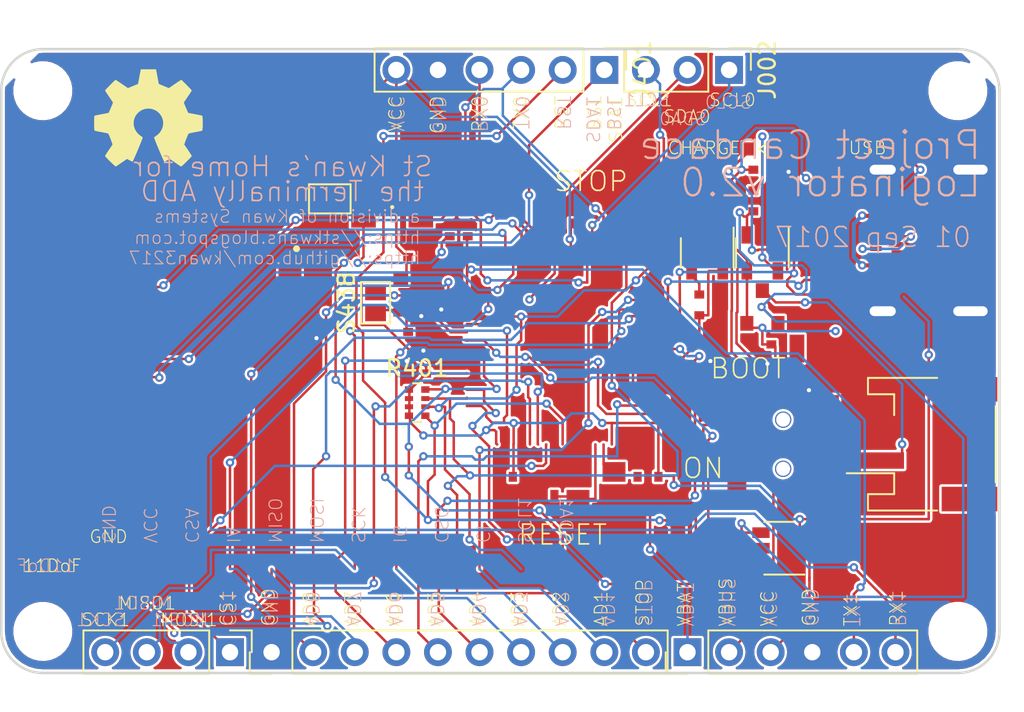
<source format=kicad_pcb>
(kicad_pcb (version 4) (host pcbnew 4.0.7-e2-6376~60~ubuntu17.10.1)
  (layers (0 Top signal) (31 Bottom signal) (34 B.Paste user) (35 F.Paste user) (36 B.SilkS user) (37 F.SilkS user) (38 B.Mask user) (39 F.Mask user) (44 Edge.Cuts user))
  (net 0 "")
  (net 1 VCC)
  (net 2 GND)
  (net 3 /USBD-)
  (net 4 /USBD+)
  (net 5 /VLIPO)
  (net 6 /VBUS)
  (net 7 /ADREF+)
  (net 8 /VIN+)
  (net 9 /DB)
  (net 10 /DG)
  (net 11 /DR)
  (net 12 /RGB_Q)
  (net 13 /SCL1)
  (net 14 /SDA0)
  (net 15 /SCL0)
  (net 16 /RST)
  (net 17 /CS1)
  (net 18 /MOSI1)
  (net 19 /MISO1)
  (net 20 /SCK1)
  (net 21 /STOP)
  (net 22 /AD1)
  (net 23 /AD2)
  (net 24 /AD3)
  (net 25 /AD4)
  (net 26 /AD5)
  (net 27 /AD6)
  (net 28 /AD7)
  (net 29 /ADREF-)
  (net 30 /RX1)
  (net 31 /VIN-)
  (net 32 /USB_ON)
  (net 33 /CONN_D-)
  (net 34 /CONN_D+)
  (net 35 /BATLVL)
  (net 36 /CURRENT)
  (net 37 /XTAL1)
  (net 38 /XTAL2)
  (net 39 /SCK0)
  (net 40 /MISO0)
  (net 41 /MOSI0)
  (net 42 /CS0)
  (net 43 "/TX0(PWMB)")
  (net 44 "/RX0(PWMG)")
  (net 45 "/TX1(PWMR)")
  (net 46 "/SDA1(BSL)")
  (net 47 /C_LED+)
  (net 48 /C+LED-)
  (net 49 /PROG)
  (net 50 /Sheet59FCEA5F/BYP)
  (net 51 /Sheet59FCEA5F/PWR_EN)
  (module KwanSystems:MolexUSBTypeC2 (layer Top) (at 60.96 -26.416 90)
    (fp_text reference J101 hide)
    (fp_text value USB_MICROB hide)
    (pad 2 smd rect (at 0.5 -7.54 90) (size 0.3 0.7) (layers Top F.Paste F.Mask) (net 33 /CONN_D-))
    (pad 5 smd rect (at 3.1 -6.24 90) (size 1 0.7) (layers Top F.Paste F.Mask) (net 2 GND))
    (pad 3 smd rect (at 0.25 -6.24 90) (size 0.3 0.7) (layers Top F.Paste F.Mask) (net 34 /CONN_D+))
    (pad 6 thru_hole oval (at 4.32 -1.77 90) (size 1.1 2.6) (drill oval 0.6 2.1) (layers *.Cu *.Mask) (net 2 GND))
    (pad 6 thru_hole oval (at -4.32 -1.77 90) (size 1.1 2.6) (drill oval 0.6 2.1) (layers *.Cu *.Mask) (net 2 GND))
    (pad 6 thru_hole oval (at 4.32 -7.13 90) (size 1.1 2.1) (drill oval 0.6 1.6) (layers *.Cu *.Mask) (net 2 GND))
    (pad "" smd rect (at 0.75 -6.24 90) (size 0.3 0.7) (layers Top F.Paste F.Mask))
    (pad "" smd rect (at 1.75 -6.24 90) (size 0.3 0.7) (layers Top F.Paste F.Mask))
    (pad 1 smd rect (at 1.25 -6.24 90) (size 0.3 0.7) (layers Top F.Paste F.Mask) (net 6 /VBUS))
    (pad "" smd rect (at 2.25 -6.24 90) (size 0.3 0.7) (layers Top F.Paste F.Mask))
    (pad "" smd rect (at -2.25 -6.24 90) (size 0.3 0.7) (layers Top F.Paste F.Mask))
    (pad 1 smd rect (at -1.25 -6.24 90) (size 0.3 0.7) (layers Top F.Paste F.Mask) (net 6 /VBUS))
    (pad "" smd rect (at -1.75 -6.24 90) (size 0.3 0.7) (layers Top F.Paste F.Mask))
    (pad "" smd rect (at -0.75 -6.24 90) (size 0.3 0.7) (layers Top F.Paste F.Mask))
    (pad 2 smd rect (at -0.25 -6.24 90) (size 0.3 0.7) (layers Top F.Paste F.Mask) (net 33 /CONN_D-))
    (pad 5 smd rect (at -3.1 -6.24 90) (size 1 0.7) (layers Top F.Paste F.Mask) (net 2 GND))
    (pad 6 thru_hole oval (at -4.32 -7.13 90) (size 1.1 2.1) (drill oval 0.6 1.6) (layers *.Cu *.Mask) (net 2 GND))
    (pad "" smd rect (at 1 -7.54 90) (size 0.3 0.7) (layers Top F.Paste F.Mask))
    (pad 1 smd rect (at 1.5 -7.54 90) (size 0.3 0.7) (layers Top F.Paste F.Mask) (net 6 /VBUS))
    (pad "" smd rect (at 2 -7.54 90) (size 0.3 0.7) (layers Top F.Paste F.Mask))
    (pad "" smd rect (at 2.5 -7.54 90) (size 0.3 0.7) (layers Top F.Paste F.Mask))
    (pad 5 smd rect (at 3 -7.54 90) (size 0.3 0.7) (layers Top F.Paste F.Mask) (net 2 GND))
    (pad 4 smd rect (at -2.5 -7.54 90) (size 0.3 0.7) (layers Top F.Paste F.Mask))
    (pad "" smd rect (at -2 -7.54 90) (size 0.3 0.7) (layers Top F.Paste F.Mask))
    (pad 1 smd rect (at -1.5 -7.54 90) (size 0.3 0.7) (layers Top F.Paste F.Mask) (net 6 /VBUS))
    (pad 5 smd rect (at -3 -7.54 90) (size 0.3 0.7) (layers Top F.Paste F.Mask) (net 2 GND))
    (pad "" smd rect (at -1 -7.54 90) (size 0.3 0.7) (layers Top F.Paste F.Mask))
    (pad 3 smd rect (at -0.5 -7.54 90) (size 0.3 0.7) (layers Top F.Paste F.Mask) (net 34 /CONN_D+))
  )
  (module Crystals:Crystal_SMD_Abracon_ABM8G-4pin_3.2x2.5mm (layer Top) (at 36.322 -11.43 180)
    (fp_text reference Y401 hide)
    (fp_text value 12MHz)
    (pad 1 smd rect (at -1.1 0.85 180) (size 1.4 1.2) (layers Top F.Paste F.Mask) (net 37 /XTAL1))
    (pad 2 smd rect (at 1.1 0.85 180) (size 1.4 1.2) (layers Top F.Paste F.Mask) (net 2 GND))
    (pad 3 smd rect (at 1.1 -0.85 180) (size 1.4 1.2) (layers Top F.Paste F.Mask) (net 38 /XTAL2))
    (pad 4 smd rect (at -1.1 -0.85 180) (size 1.4 1.2) (layers Top F.Paste F.Mask) (net 2 GND))
  )
  (module KwanSystems:SW_SPST_B3U-1100P (layer Top) (at 39.37 -28.956 270)
    (fp_text reference S420)
    (fp_text value SPST)
    (pad 2 smd rect (at 1.7 0 270) (size 0.9 1.7) (layers Top F.Paste F.Mask) (net 21 /STOP))
    (pad 1 smd rect (at -1.7 0 270) (size 0.9 1.7) (layers Top F.Paste F.Mask) (net 2 GND))
    (pad 3 smd rect (at 0 1.65 270) (size 0.8 1.1) (layers Top F.Paste F.Mask) (net 2 GND))
  )
  (module KwanSystems:SW_SPST_B3U-1100P (layer Top) (at 50.292 -19.812)
    (fp_text reference S010)
    (fp_text value SPST)
    (pad 2 smd rect (at 1.7 0) (size 0.9 1.7) (layers Top F.Paste F.Mask) (net 2 GND))
    (pad 1 smd rect (at -1.7 0) (size 0.9 1.7) (layers Top F.Paste F.Mask) (net 32 /USB_ON))
    (pad 3 smd rect (at 0 1.65) (size 0.8 1.1) (layers Top F.Paste F.Mask) (net 2 GND))
  )
  (module KwanSystems:SW_SPST_B3U-1100P (layer Top) (at 39.624 -8.128)
    (fp_text reference S457)
    (fp_text value SPST)
    (pad 2 smd rect (at 1.7 0) (size 0.9 1.7) (layers Top F.Paste F.Mask) (net 16 /RST))
    (pad 1 smd rect (at -1.7 0) (size 0.9 1.7) (layers Top F.Paste F.Mask) (net 2 GND))
    (pad 3 smd rect (at 0 1.65) (size 0.8 1.1) (layers Top F.Paste F.Mask) (net 2 GND))
  )
  (module KwanSystems:KWAN_CIRCLE_soldermask (layer Bottom) (at 4.572 -28.448 180)
    (fp_text reference G*** hide)
    (fp_text value LOGO hide)
  )
  (module KwanSystems:SMD_0402 (layer Top) (at 44.958 -7.62 270)
    (fp_text reference R203)
    (fp_text value 0.047)
    (pad 2 smd rect (at 0.55 0 270) (size 0.6 0.5) (layers Top F.Paste F.Mask) (net 31 /VIN-))
    (pad 1 smd rect (at -0.55 0 270) (size 0.6 0.5) (layers Top F.Paste F.Mask) (net 8 /VIN+))
  )
  (module TO_SOT_Packages_SMD:SOT-23-5 (layer Top) (at 43.114 -25.654 270)
    (fp_text reference U201 hide)
    (fp_text value 3.3V)
    (pad 1 smd rect (at -1.1 -0.95 270) (size 1.06 0.65) (layers Top F.Paste F.Mask) (net 31 /VIN-))
    (pad 2 smd rect (at -1.1 0 270) (size 1.06 0.65) (layers Top F.Paste F.Mask) (net 2 GND))
    (pad 3 smd rect (at -1.1 0.95 270) (size 1.06 0.65) (layers Top F.Paste F.Mask) (net 51 /Sheet59FCEA5F/PWR_EN))
    (pad 4 smd rect (at 1.1 0.95 270) (size 1.06 0.65) (layers Top F.Paste F.Mask) (net 50 /Sheet59FCEA5F/BYP))
    (pad 5 smd rect (at 1.1 -0.95 270) (size 1.06 0.65) (layers Top F.Paste F.Mask) (net 1 VCC))
  )
  (module Symbols:OSHW-Symbol_6.7x6mm_SilkScreen (layer Top) (at 8.9789 -33.8836)
    (fp_text reference REF*** hide)
    (fp_text value OSHW-Symbol_6.7x6mm_SilkScreen hide)
  )
  (module STAND-OFF (layer Top) (at 2.54 -2.54)
    (fp_text reference JP1 hide)
    (fp_text value STAND-OFF hide)
    (pad "" np_thru_hole circle (at 0 0) (size 3.302 3.302) (drill 3.302) (layers *.Cu))
  )
  (module STAND-OFF (layer Top) (at 58.42 -2.54)
    (fp_text reference JP2 hide)
    (fp_text value STAND-OFF hide)
    (pad "" np_thru_hole circle (at 0 0) (size 3.302 3.302) (drill 3.302) (layers *.Cu))
  )
  (module STAND-OFF (layer Top) (at 2.54 -35.56)
    (fp_text reference JP3 hide)
    (fp_text value STAND-OFF hide)
    (pad "" np_thru_hole circle (at 0 0) (size 3.302 3.302) (drill 3.302) (layers *.Cu))
  )
  (module STAND-OFF (layer Top) (at 58.42 -35.56)
    (fp_text reference JP4 hide)
    (fp_text value STAND-OFF hide)
    (pad "" np_thru_hole circle (at 0 0) (size 3.302 3.302) (drill 3.302) (layers *.Cu))
  )
  (module TO_SOT_Packages_SMD:SOT-23-5 (layer Top) (at 46.482 -25.654 270)
    (fp_text reference U301 hide)
    (fp_text value MCP73831)
    (pad 1 smd rect (at -1.1 -0.95 270) (size 1.06 0.65) (layers Top F.Paste F.Mask) (net 48 /C+LED-))
    (pad 2 smd rect (at -1.1 0 270) (size 1.06 0.65) (layers Top F.Paste F.Mask) (net 2 GND))
    (pad 3 smd rect (at -1.1 0.95 270) (size 1.06 0.65) (layers Top F.Paste F.Mask) (net 5 /VLIPO))
    (pad 4 smd rect (at 1.1 0.95 270) (size 1.06 0.65) (layers Top F.Paste F.Mask) (net 6 /VBUS))
    (pad 5 smd rect (at 1.1 -0.95 270) (size 1.06 0.65) (layers Top F.Paste F.Mask) (net 49 /PROG))
  )
  (module KwanSystems:SMD_0402 (layer Top) (at 27.94 -26.67 180)
    (fp_text reference R433)
    (fp_text value 150)
    (pad 2 smd rect (at 0.55 0 180) (size 0.6 0.5) (layers Top F.Paste F.Mask) (net 11 /DR))
    (pad 1 smd rect (at -0.55 0 180) (size 0.6 0.5) (layers Top F.Paste F.Mask) (net 45 "/TX1(PWMR)"))
  )
  (module KwanSystems:SMD_0402 (layer Top) (at 46.482 -29.464 180)
    (fp_text reference R301)
    (fp_text value 10k)
    (pad 2 smd rect (at 0.55 0 180) (size 0.6 0.5) (layers Top F.Paste F.Mask) (net 49 /PROG))
    (pad 1 smd rect (at -0.55 0 180) (size 0.6 0.5) (layers Top F.Paste F.Mask) (net 2 GND))
  )
  (module KwanSystems:SMD_0402 (layer Top) (at 46.482 -30.734)
    (fp_text reference R302)
    (fp_text value 1.5k)
    (pad 2 smd rect (at 0.55 0) (size 0.6 0.5) (layers Top F.Paste F.Mask) (net 47 /C_LED+))
    (pad 1 smd rect (at -0.55 0) (size 0.6 0.5) (layers Top F.Paste F.Mask) (net 6 /VBUS))
  )
  (module KwanSystems:SMD_0402 (layer Top) (at 31.242 -11.43 270)
    (fp_text reference C451)
    (fp_text value 100nF)
    (pad 2 smd rect (at 0.55 0 270) (size 0.6 0.5) (layers Top F.Paste F.Mask) (net 2 GND))
    (pad 1 smd rect (at -0.55 0 270) (size 0.6 0.5) (layers Top F.Paste F.Mask) (net 1 VCC))
  )
  (module KwanSystems:SMD_0402 (layer Top) (at 41.656 -18.288 270)
    (fp_text reference C407)
    (fp_text value 100nF)
    (pad 2 smd rect (at 0.55 0 270) (size 0.6 0.5) (layers Top F.Paste F.Mask) (net 2 GND))
    (pad 1 smd rect (at -0.55 0 270) (size 0.6 0.5) (layers Top F.Paste F.Mask) (net 1 VCC))
  )
  (module KwanSystems:SMD_0402 (layer Top) (at 25.4 -18.288 180)
    (fp_text reference C443)
    (fp_text value 100nF)
    (pad 2 smd rect (at 0.55 0 180) (size 0.6 0.5) (layers Top F.Paste F.Mask) (net 2 GND))
    (pad 1 smd rect (at -0.55 0 180) (size 0.6 0.5) (layers Top F.Paste F.Mask) (net 1 VCC))
  )
  (module KwanSystems:SMD_0402 (layer Top) (at 34.934 -27.9995 90)
    (fp_text reference C423)
    (fp_text value 100nF)
    (pad 2 smd rect (at 0.55 0 90) (size 0.6 0.5) (layers Top F.Paste F.Mask) (net 2 GND))
    (pad 1 smd rect (at -0.55 0 90) (size 0.6 0.5) (layers Top F.Paste F.Mask) (net 1 VCC))
  )
  (module KwanSystems:SMD_0402 (layer Top) (at 6.604 -27.178)
    (fp_text reference C701)
    (fp_text value 100nF)
    (pad 2 smd rect (at 0.55 0) (size 0.6 0.5) (layers Top F.Paste F.Mask) (net 2 GND))
    (pad 1 smd rect (at -0.55 0) (size 0.6 0.5) (layers Top F.Paste F.Mask) (net 1 VCC))
  )
  (module KwanSystems:SMD_0402 (layer Top) (at 25.4 -20.828)
    (fp_text reference C438)
    (fp_text value 4.7uF)
    (pad 2 smd rect (at 0.55 0) (size 0.6 0.5) (layers Top F.Paste F.Mask) (net 2 GND))
    (pad 1 smd rect (at -0.55 0) (size 0.6 0.5) (layers Top F.Paste F.Mask) (net 7 /ADREF+))
  )
  (module KwanSystems:SMD_0402 (layer Top) (at 40.132 -11.43 270)
    (fp_text reference C463)
    (fp_text value 100nF)
    (pad 2 smd rect (at 0.55 0 270) (size 0.6 0.5) (layers Top F.Paste F.Mask) (net 2 GND))
    (pad 1 smd rect (at -0.55 0 270) (size 0.6 0.5) (layers Top F.Paste F.Mask) (net 1 VCC))
  )
  (module KwanSystems:SMD_0402 (layer Top) (at 38.862 -11.43 90)
    (fp_text reference C462)
    (fp_text value 18pF)
    (pad 2 smd rect (at 0.55 0 90) (size 0.6 0.5) (layers Top F.Paste F.Mask) (net 37 /XTAL1))
    (pad 1 smd rect (at -0.55 0 90) (size 0.6 0.5) (layers Top F.Paste F.Mask) (net 2 GND))
  )
  (module KwanSystems:SMD_0402 (layer Top) (at 33.782 -11.43 270)
    (fp_text reference C461)
    (fp_text value 18pF)
    (pad 2 smd rect (at 0.55 0 270) (size 0.6 0.5) (layers Top F.Paste F.Mask) (net 38 /XTAL2))
    (pad 1 smd rect (at -0.55 0 270) (size 0.6 0.5) (layers Top F.Paste F.Mask) (net 2 GND))
  )
  (module KwanSystems:SMD_0402 (layer Top) (at 46.482 -28.194)
    (fp_text reference C301)
    (fp_text value 4.7uF)
    (pad 2 smd rect (at 0.55 0) (size 0.6 0.5) (layers Top F.Paste F.Mask) (net 2 GND))
    (pad 1 smd rect (at -0.55 0) (size 0.6 0.5) (layers Top F.Paste F.Mask) (net 5 /VLIPO))
  )
  (module KwanSystems:SMD_0402 (layer Top) (at 46.482 -20.066 180)
    (fp_text reference C302)
    (fp_text value 4.7uF)
    (pad 2 smd rect (at 0.55 0 180) (size 0.6 0.5) (layers Top F.Paste F.Mask) (net 2 GND))
    (pad 1 smd rect (at -0.55 0 180) (size 0.6 0.5) (layers Top F.Paste F.Mask) (net 6 /VBUS))
  )
  (module KwanSystems:SMD_0402 (layer Top) (at 43.18 -23.114)
    (fp_text reference C204)
    (fp_text value 100nF)
    (pad 2 smd rect (at 0.55 0) (size 0.6 0.5) (layers Top F.Paste F.Mask) (net 2 GND))
    (pad 1 smd rect (at -0.55 0) (size 0.6 0.5) (layers Top F.Paste F.Mask) (net 50 /Sheet59FCEA5F/BYP))
  )
  (module KwanSystems:SMD_0402 (layer Top) (at 43.053 -28.194 180)
    (fp_text reference C201)
    (fp_text value 1uF)
    (pad 2 smd rect (at 0.55 0 180) (size 0.6 0.5) (layers Top F.Paste F.Mask) (net 2 GND))
    (pad 1 smd rect (at -0.55 0 180) (size 0.6 0.5) (layers Top F.Paste F.Mask) (net 31 /VIN-))
  )
  (module KwanSystems:SMD_0402 (layer Top) (at 25.4 -25.4)
    (fp_text reference C432)
    (fp_text value 100nF)
    (pad 2 smd rect (at 0.55 0) (size 0.6 0.5) (layers Top F.Paste F.Mask) (net 2 GND))
    (pad 1 smd rect (at -0.55 0) (size 0.6 0.5) (layers Top F.Paste F.Mask) (net 1 VCC))
  )
  (module Pin_Headers:Pin_Header_Straight_1x10_Pitch2.54mm (layer Top) (at 16.51 -1.27 90)
    (fp_text reference J403 hide)
    (fp_text value M10)
    (pad 1 thru_hole rect (at 0 0 90) (size 1.7 1.7) (drill 1) (layers *.Cu *.Mask) (net 2 GND))
    (pad 2 thru_hole oval (at 0 2.54 90) (size 1.7 1.7) (drill 1) (layers *.Cu *.Mask) (net 29 /ADREF-))
    (pad 3 thru_hole oval (at 0 5.08 90) (size 1.7 1.7) (drill 1) (layers *.Cu *.Mask) (net 28 /AD7))
    (pad 4 thru_hole oval (at 0 7.62 90) (size 1.7 1.7) (drill 1) (layers *.Cu *.Mask) (net 27 /AD6))
    (pad 5 thru_hole oval (at 0 10.16 90) (size 1.7 1.7) (drill 1) (layers *.Cu *.Mask) (net 26 /AD5))
    (pad 6 thru_hole oval (at 0 12.7 90) (size 1.7 1.7) (drill 1) (layers *.Cu *.Mask) (net 25 /AD4))
    (pad 7 thru_hole oval (at 0 15.24 90) (size 1.7 1.7) (drill 1) (layers *.Cu *.Mask) (net 24 /AD3))
    (pad 8 thru_hole oval (at 0 17.78 90) (size 1.7 1.7) (drill 1) (layers *.Cu *.Mask) (net 23 /AD2))
    (pad 9 thru_hole oval (at 0 20.32 90) (size 1.7 1.7) (drill 1) (layers *.Cu *.Mask) (net 22 /AD1))
    (pad 10 thru_hole oval (at 0 22.86 90) (size 1.7 1.7) (drill 1) (layers *.Cu *.Mask) (net 21 /STOP))
  )
  (module Pin_Headers:Pin_Header_Straight_1x04_Pitch2.54mm (layer Top) (at 13.97 -1.27 270)
    (fp_text reference J402 hide)
    (fp_text value M04)
    (pad 1 thru_hole rect (at 0 0 270) (size 1.7 1.7) (drill 1) (layers *.Cu *.Mask) (net 17 /CS1))
    (pad 2 thru_hole oval (at 0 2.54 270) (size 1.7 1.7) (drill 1) (layers *.Cu *.Mask) (net 18 /MOSI1))
    (pad 3 thru_hole oval (at 0 5.08 270) (size 1.7 1.7) (drill 1) (layers *.Cu *.Mask) (net 19 /MISO1))
    (pad 4 thru_hole oval (at 0 7.62 270) (size 1.7 1.7) (drill 1) (layers *.Cu *.Mask) (net 20 /SCK1))
  )
  (module Pin_Headers:Pin_Header_Straight_1x06_Pitch2.54mm (layer Top) (at 41.91 -1.27 90)
    (fp_text reference J404 hide)
    (fp_text value M06)
    (pad 1 thru_hole rect (at 0 0 90) (size 1.7 1.7) (drill 1) (layers *.Cu *.Mask) (net 31 /VIN-))
    (pad 2 thru_hole oval (at 0 2.54 90) (size 1.7 1.7) (drill 1) (layers *.Cu *.Mask) (net 6 /VBUS))
    (pad 3 thru_hole oval (at 0 5.08 90) (size 1.7 1.7) (drill 1) (layers *.Cu *.Mask) (net 1 VCC))
    (pad 4 thru_hole oval (at 0 7.62 90) (size 1.7 1.7) (drill 1) (layers *.Cu *.Mask) (net 2 GND))
    (pad 5 thru_hole oval (at 0 10.16 90) (size 1.7 1.7) (drill 1) (layers *.Cu *.Mask) (net 45 "/TX1(PWMR)"))
    (pad 6 thru_hole oval (at 0 12.7 90) (size 1.7 1.7) (drill 1) (layers *.Cu *.Mask) (net 30 /RX1))
  )
  (module Pin_Headers:Pin_Header_Straight_1x06_Pitch2.54mm (layer Top) (at 36.83 -36.83 270)
    (fp_text reference J401 (at 0 -2.33 270) (layer F.SilkS))
    (fp_text value M06)
    (pad 1 thru_hole rect (at 0 0 270) (size 1.7 1.7) (drill 1) (layers *.Cu *.Mask) (net 46 "/SDA1(BSL)"))
    (pad 2 thru_hole oval (at 0 2.54 270) (size 1.7 1.7) (drill 1) (layers *.Cu *.Mask) (net 16 /RST))
    (pad 3 thru_hole oval (at 0 5.08 270) (size 1.7 1.7) (drill 1) (layers *.Cu *.Mask) (net 43 "/TX0(PWMB)"))
    (pad 4 thru_hole oval (at 0 7.62 270) (size 1.7 1.7) (drill 1) (layers *.Cu *.Mask) (net 44 "/RX0(PWMG)"))
    (pad 5 thru_hole oval (at 0 10.16 270) (size 1.7 1.7) (drill 1) (layers *.Cu *.Mask) (net 2 GND))
    (pad 6 thru_hole oval (at 0 12.7 270) (size 1.7 1.7) (drill 1) (layers *.Cu *.Mask) (net 1 VCC))
  )
  (module Pin_Headers:Pin_Header_Straight_1x03_Pitch2.54mm (layer Top) (at 44.45 -36.83 270)
    (fp_text reference J002 (at 0 -2.33 270) (layer F.SilkS))
    (fp_text value M01PTH)
    (pad 1 thru_hole rect (at 0 0 270) (size 1.7 1.7) (drill 1) (layers *.Cu *.Mask) (net 15 /SCL0))
    (pad 2 thru_hole oval (at 0 2.54 270) (size 1.7 1.7) (drill 1) (layers *.Cu *.Mask) (net 14 /SDA0))
    (pad 3 thru_hole oval (at 0 5.08 270) (size 1.7 1.7) (drill 1) (layers *.Cu *.Mask) (net 13 /SCL1))
  )
  (module KwanSystems:D_0603 (layer Top) (at 46.482 -32.004)
    (fp_text reference D301)
    (fp_text value RED)
    (pad 2 smd rect (at 0.8 0 180) (size 0.8 0.8) (layers Top F.Paste F.Mask) (net 47 /C_LED+))
    (pad 1 smd rect (at -0.8 0 180) (size 0.8 0.8) (layers Top F.Paste F.Mask) (net 48 /C+LED-))
  )
  (module KwanSystems:SWITCH_DPDT_AZY0202 (layer Top) (at 47.752 -13.97 90)
    (fp_text reference S201 hide)
    (fp_text value SPDT hide)
    (pad "" np_thru_hole circle (at -1.5 0 90) (size 1 1) (drill 0.85) (layers *.Cu *.Mask))
    (pad 4 smd rect (at -2.5 2.825 90) (size 1 1.15) (layers Top F.Paste F.Mask))
    (pad 5 smd rect (at 0 2.825 90) (size 1 1.15) (layers Top F.Paste F.Mask))
    (pad 3 smd rect (at 2.5 -2.825 90) (size 1 1.15) (layers Top F.Paste F.Mask) (net 2 GND))
    (pad 6 smd rect (at 2.5 2.825 90) (size 1 1.15) (layers Top F.Paste F.Mask))
    (pad 2 smd rect (at 0 -2.825 90) (size 1 1.15) (layers Top F.Paste F.Mask) (net 51 /Sheet59FCEA5F/PWR_EN))
    (pad 1 smd rect (at -2.5 -2.825 90) (size 1 1.15) (layers Top F.Paste F.Mask) (net 31 /VIN-))
    (pad "" np_thru_hole circle (at 1.5 0 90) (size 1 1) (drill 0.85) (layers *.Cu *.Mask))
  )
  (module KwanSystems:SOT-23 (layer Top) (at 46.482 -22.352 90)
    (fp_text reference D302 hide)
    (fp_text value DCC)
    (pad 1 smd rect (at -1 -0.95 90) (size 0.9 0.8) (layers Top F.Paste F.Mask) (net 6 /VBUS))
    (pad 2 smd rect (at -1 0.95 90) (size 0.9 0.8) (layers Top F.Paste F.Mask) (net 5 /VLIPO))
    (pad 3 smd rect (at 1 0 90) (size 0.9 0.8) (layers Top F.Paste F.Mask) (net 8 /VIN+))
  )
  (module KwanSystems:SOT-23 (layer Top) (at 25.4 -23.114)
    (fp_text reference U402 hide)
    (fp_text value 1525)
    (pad 1 smd rect (at -1 -0.95) (size 0.9 0.8) (layers Top F.Paste F.Mask) (net 1 VCC))
    (pad 2 smd rect (at -1 0.95) (size 0.9 0.8) (layers Top F.Paste F.Mask) (net 7 /ADREF+))
    (pad 3 smd rect (at 1 0) (size 0.9 0.8) (layers Top F.Paste F.Mask) (net 2 GND))
  )
  (module KwanSystems:R_Array_Convex_4x0402 (layer Top) (at 25.4 -16.51)
    (fp_text reference R401 (at 0 -2.1) (layer F.SilkS))
    (fp_text value 10k)
    (pad 1 smd rect (at -0.5 -0.8) (size 0.5 0.4) (layers Top F.Paste F.Mask) (net 1 VCC))
    (pad 3 smd rect (at -0.5 0.25) (size 0.5 0.3) (layers Top F.Paste F.Mask) (net 1 VCC))
    (pad 2 smd rect (at -0.5 -0.25) (size 0.5 0.3) (layers Top F.Paste F.Mask) (net 1 VCC))
    (pad 4 smd rect (at -0.5 0.8) (size 0.5 0.4) (layers Top F.Paste F.Mask) (net 1 VCC))
    (pad 7 smd rect (at 0.5 -0.25) (size 0.5 0.3) (layers Top F.Paste F.Mask) (net 21 /STOP))
    (pad 8 smd rect (at 0.5 -0.8) (size 0.5 0.4) (layers Top F.Paste F.Mask) (net 46 "/SDA1(BSL)"))
    (pad 6 smd rect (at 0.5 0.25) (size 0.5 0.3) (layers Top F.Paste F.Mask) (net 13 /SCL1))
    (pad 5 smd rect (at 0.5 0.8) (size 0.5 0.4) (layers Top F.Paste F.Mask) (net 16 /RST))
  )
  (module KwanSystems:MICROSD-SOCKET-PP (layer Top) (at 18.034 -25.908 90)
    (fp_text reference J701 hide)
    (fp_text value Micro_SD_Card_Det_Hirose_DM3AT hide)
    (pad 8 smd rect (at -1.24 -10.7 90) (size 0.8 1.5) (layers Top F.Paste F.Mask))
    (pad 7 smd rect (at -2.34 -10.7 90) (size 0.8 1.5) (layers Top F.Paste F.Mask) (net 40 /MISO0))
    (pad 6 smd rect (at -3.44 -10.9 90) (size 0.8 1.5) (layers Top F.Paste F.Mask) (net 2 GND))
    (pad 5 smd rect (at -4.54 -10.7 90) (size 0.8 1.5) (layers Top F.Paste F.Mask) (net 39 /SCK0))
    (pad 4 smd rect (at -5.64 -10.9 90) (size 0.8 1.5) (layers Top F.Paste F.Mask) (net 1 VCC))
    (pad 3 smd rect (at -6.74 -10.7 90) (size 0.8 1.5) (layers Top F.Paste F.Mask) (net 41 /MOSI0))
    (pad 2 smd rect (at -7.84 -10.3 90) (size 0.8 1.5) (layers Top F.Paste F.Mask) (net 42 /CS0))
    (pad 1 smd rect (at -8.94 -10.7 90) (size 0.8 1.5) (layers Top F.Paste F.Mask))
    (pad 12 smd rect (at -13.6 -14.55 90) (size 1.4 1.9) (layers Top F.Paste F.Mask))
    (pad 11 smd rect (at -0.45 -13.55 90) (size 1.4 1.9) (layers Top F.Paste F.Mask))
    (pad 10 smd rect (at -2.05 -0.4 90) (size 1.8 1.4) (layers Top F.Paste F.Mask))
    (pad 9 smd rect (at -7.75 -0.4 90) (size 1.8 1.4) (layers Top F.Paste F.Mask) (net 2 GND))
  )
  (module Connectors:GS2 (layer Top) (at 20.066 -28.956 90)
    (fp_text reference S401 hide)
    (fp_text value GS2)
    (pad 1 smd rect (at 0 -0.64 90) (size 1.27 0.97) (layers Top F.Paste F.Mask) (net 1 VCC))
    (pad 2 smd rect (at 0 0.64 90) (size 1.27 0.97) (layers Top F.Paste F.Mask) (net 12 /RGB_Q))
  )
  (module Connectors:GS2 (layer Top) (at 22.86 -22.606 180)
    (fp_text reference S438 (at 1.78 0 270) (layer F.SilkS))
    (fp_text value GS2)
    (pad 1 smd rect (at 0 -0.64 180) (size 1.27 0.97) (layers Top F.Paste F.Mask) (net 7 /ADREF+))
    (pad 2 smd rect (at 0 0.64 180) (size 1.27 0.97) (layers Top F.Paste F.Mask) (net 29 /ADREF-))
  )
  (module TO_SOT_Packages_SMD:SOT-23-6 (layer Top) (at 47.498 -7.62 180)
    (fp_text reference U202 hide)
    (fp_text value MAX4173)
    (pad 1 smd rect (at -1.1 -0.95 180) (size 1.06 0.65) (layers Top F.Paste F.Mask) (net 2 GND))
    (pad 2 smd rect (at -1.1 0 180) (size 1.06 0.65) (layers Top F.Paste F.Mask) (net 2 GND))
    (pad 3 smd rect (at -1.1 0.95 180) (size 1.06 0.65) (layers Top F.Paste F.Mask) (net 1 VCC))
    (pad 4 smd rect (at 1.1 0.95 180) (size 1.06 0.65) (layers Top F.Paste F.Mask) (net 8 /VIN+))
    (pad 6 smd rect (at 1.1 -0.95 180) (size 1.06 0.65) (layers Top F.Paste F.Mask) (net 36 /CURRENT))
    (pad 5 smd rect (at 1.1 0 180) (size 1.06 0.65) (layers Top F.Paste F.Mask) (net 31 /VIN-))
  )
  (module Connectors_JST:JST_PH_S2B-PH-SM4-TB_02x2.00mm_Angled (layer Top) (at 56.2562 -13.9728 90)
    (fp_text reference J301 hide)
    (fp_text value "JST 2mm")
    (pad 1 smd rect (at -1 -2.875 90) (size 1 3.5) (layers Top F.Paste F.Mask) (net 5 /VLIPO))
    (pad 2 smd rect (at 1 -2.875 90) (size 1 3.5) (layers Top F.Paste F.Mask) (net 2 GND))
    (pad "" smd rect (at -3.35 2.875 90) (size 1.5 3.4) (layers Top F.Paste F.Mask))
    (pad "" smd rect (at 3.35 2.875 90) (size 1.5 3.4) (layers Top F.Paste F.Mask))
  )
  (module KwanSystems:HSMF-C118 (layer Top) (at 23.876 -28.448 180)
    (fp_text reference D401)
    (fp_text value HSMF-C118 hide)
    (pad 4 smd rect (at -1.75 0.75 180) (size 1.5 1) (layers Top F.Paste F.Mask) (net 9 /DB))
    (pad 3 smd rect (at -1.75 -0.75 180) (size 1.5 1) (layers Top F.Paste F.Mask) (net 10 /DG))
    (pad 2 smd rect (at 1.75 -0.75 180) (size 1.5 1) (layers Top F.Paste F.Mask) (net 11 /DR))
    (pad 1 smd rect (at 1.75 0.75 180) (size 1.5 1) (layers Top F.Paste F.Mask) (net 12 /RGB_Q))
  )
  (module KwanSystems:R_Array_Convex_2x0402 (layer Top) (at 43.561 -7.62 90)
    (fp_text reference R201)
    (fp_text value 100k)
    (pad 4 smd rect (at 0.5 -0.35 90) (size 0.5 0.4) (layers Top F.Paste F.Mask) (net 35 /BATLVL))
    (pad 3 smd rect (at 0.5 0.35 90) (size 0.5 0.4) (layers Top F.Paste F.Mask) (net 35 /BATLVL))
    (pad 2 smd rect (at -0.5 0.35 90) (size 0.5 0.4) (layers Top F.Paste F.Mask) (net 31 /VIN-))
    (pad 1 smd rect (at -0.5 -0.35 90) (size 0.5 0.4) (layers Top F.Paste F.Mask) (net 2 GND))
  )
  (module KwanSystems:R_Array_Convex_2x0402 (layer Top) (at 27.813 -28.448)
    (fp_text reference R419)
    (fp_text value 33)
    (pad 4 smd rect (at 0.5 -0.35) (size 0.5 0.4) (layers Top F.Paste F.Mask) (net 43 "/TX0(PWMB)"))
    (pad 3 smd rect (at 0.5 0.35) (size 0.5 0.4) (layers Top F.Paste F.Mask) (net 44 "/RX0(PWMG)"))
    (pad 2 smd rect (at -0.5 0.35) (size 0.5 0.4) (layers Top F.Paste F.Mask) (net 10 /DG))
    (pad 1 smd rect (at -0.5 -0.35) (size 0.5 0.4) (layers Top F.Paste F.Mask) (net 9 /DB))
  )
  (module KwanSystems:R_Array_Convex_2x0402 (layer Top) (at 50.292 -23.622)
    (fp_text reference C023)
    (fp_text value 18pF)
    (pad 4 smd rect (at 0.5 -0.35) (size 0.5 0.4) (layers Top F.Paste F.Mask) (net 2 GND))
    (pad 3 smd rect (at 0.5 0.35) (size 0.5 0.4) (layers Top F.Paste F.Mask) (net 2 GND))
    (pad 2 smd rect (at -0.5 0.35) (size 0.5 0.4) (layers Top F.Paste F.Mask) (net 4 /USBD+))
    (pad 1 smd rect (at -0.5 -0.35) (size 0.5 0.4) (layers Top F.Paste F.Mask) (net 3 /USBD-))
  )
  (module KwanSystems:SMD_0402 (layer Top) (at 43.18 -21.844)
    (fp_text reference C205)
    (fp_text value 4.7nF)
    (pad 2 smd rect (at 0.55 0) (size 0.6 0.5) (layers Top F.Paste F.Mask) (net 2 GND))
    (pad 1 smd rect (at -0.55 0) (size 0.6 0.5) (layers Top F.Paste F.Mask) (net 1 VCC))
  )
  (gr_line (start 2.54 -38.1) (end 58.42 -38.1) (layer Edge.Cuts) (width 0.15))
  (gr_arc (start 58.42 -35.56) (end 58.42 -38.1) (angle 90) (layer Edge.Cuts) (width 0.15))
  (gr_line (start 60.96 -35.56) (end 60.96 -2.54) (layer Edge.Cuts) (width 0.15))
  (gr_arc (start 58.42 -2.54) (end 60.96 -2.54) (angle 90) (layer Edge.Cuts) (width 0.15))
  (gr_line (start 58.42 0) (end 2.54 0) (layer Edge.Cuts) (width 0.15))
  (gr_arc (start 2.54 -2.54) (end 2.54 0) (angle 90) (layer Edge.Cuts) (width 0.15))
  (gr_line (start 0 -2.54) (end 0 -35.56) (layer Edge.Cuts) (width 0.15))
  (gr_arc (start 2.54 -35.56) (end 0 -35.56) (angle 90) (layer Edge.Cuts) (width 0.15))
  (gr_text "Project Candace" (at 59.944 -31.242) (layer B.SilkS) (effects (font (size 1.6891 1.6891) (thickness 0.14224)) (justify left bottom mirror)))
  (gr_text "Loginator v2.0" (at 59.944 -28.956) (layer B.SilkS) (effects (font (size 1.6891 1.6891) (thickness 0.14224)) (justify left bottom mirror)))
  (gr_text "01 Sep 2017" (at 59.309 -25.908) (layer B.SilkS) (effects (font (size 1.2065 1.2065) (thickness 0.1016)) (justify left bottom mirror)))
  (gr_text "St Kwan's Home for" (at 26.416 -30.226) (layer B.SilkS) (effects (font (size 1.2065 1.2065) (thickness 0.1016)) (justify left bottom mirror)))
  (gr_text "the Terminally ADD" (at 25.908 -28.702) (layer B.SilkS) (effects (font (size 1.2065 1.2065) (thickness 0.1016)) (justify left bottom mirror)))
  (gr_text "https://stkwans.blogspot.com\nhttps://github.com/kwan3217" (at 25.654 -24.892) (layer B.SilkS) (effects (font (size 0.77216 0.77216) (thickness 0.065024)) (justify left bottom mirror)))
  (gr_text GND (at 49.784 -2.794 90) (layer F.SilkS) (effects (font (size 0.77216 0.77216) (thickness 0.065024)) (justify left bottom)))
  (gr_text RX1 (at 55.118 -2.794 90) (layer F.SilkS) (effects (font (size 0.77216 0.77216) (thickness 0.065024)) (justify left bottom)))
  (gr_text BSL (at 35.814 -35.306 90) (layer F.SilkS) (effects (font (size 0.77216 0.77216) (thickness 0.065024)) (justify right top)))
  (gr_text ON (at 44.196 -13.208) (layer F.SilkS) (effects (font (size 1.2065 1.2065) (thickness 0.1016)) (justify right top)))
  (gr_text VBUS (at 44.704 -2.794 90) (layer F.SilkS) (effects (font (size 0.77216 0.77216) (thickness 0.065024)) (justify left bottom)))
  (gr_text VBAT (at 42.164 -2.794 90) (layer F.SilkS) (effects (font (size 0.77216 0.77216) (thickness 0.065024)) (justify left bottom)))
  (gr_text STOP (at 39.624 -2.794 90) (layer F.SilkS) (effects (font (size 0.77216 0.77216) (thickness 0.065024)) (justify left bottom)))
  (gr_text AD1 (at 37.084 -2.794 90) (layer F.SilkS) (effects (font (size 0.77216 0.77216) (thickness 0.065024)) (justify left bottom)))
  (gr_text AD2 (at 34.544 -2.794 90) (layer F.SilkS) (effects (font (size 0.77216 0.77216) (thickness 0.065024)) (justify left bottom)))
  (gr_text AD3 (at 32.004 -2.794 90) (layer F.SilkS) (effects (font (size 0.77216 0.77216) (thickness 0.065024)) (justify left bottom)))
  (gr_text AD4 (at 29.464 -2.794 90) (layer F.SilkS) (effects (font (size 0.77216 0.77216) (thickness 0.065024)) (justify left bottom)))
  (gr_text AD5 (at 26.924 -2.794 90) (layer F.SilkS) (effects (font (size 0.77216 0.77216) (thickness 0.065024)) (justify left bottom)))
  (gr_text AD6 (at 24.384 -2.794 90) (layer F.SilkS) (effects (font (size 0.77216 0.77216) (thickness 0.065024)) (justify left bottom)))
  (gr_text AD7 (at 21.844 -2.794 90) (layer F.SilkS) (effects (font (size 0.77216 0.77216) (thickness 0.065024)) (justify left bottom)))
  (gr_text AD8 (at 19.304 -2.794 90) (layer F.SilkS) (effects (font (size 0.77216 0.77216) (thickness 0.065024)) (justify left bottom)))
  (gr_text GND (at 16.764 -2.794 90) (layer F.SilkS) (effects (font (size 0.77216 0.77216) (thickness 0.065024)) (justify left bottom)))
  (gr_text CS1 (at 14.224 -2.794 90) (layer F.SilkS) (effects (font (size 0.77216 0.77216) (thickness 0.065024)) (justify left bottom)))
  (gr_text MOSI1 (at 9.652 -2.794) (layer F.SilkS) (effects (font (size 0.77216 0.77216) (thickness 0.065024)) (justify left bottom)))
  (gr_text SCK1 (at 4.826 -2.794) (layer F.SilkS) (effects (font (size 0.77216 0.77216) (thickness 0.065024)) (justify left bottom)))
  (gr_text MISO1 (at 7.112 -3.81) (layer F.SilkS) (effects (font (size 0.77216 0.77216) (thickness 0.065024)) (justify left bottom)))
  (gr_text SCK1 (at 7.62 -2.794) (layer B.SilkS) (effects (font (size 0.77216 0.77216) (thickness 0.065024)) (justify left bottom mirror)))
  (gr_text MISO1 (at 10.414 -3.81) (layer B.SilkS) (effects (font (size 0.77216 0.77216) (thickness 0.065024)) (justify left bottom mirror)))
  (gr_text MOSI1 (at 12.7 -2.794) (layer B.SilkS) (effects (font (size 0.77216 0.77216) (thickness 0.065024)) (justify left bottom mirror)))
  (gr_text CS1 (at 13.462 -2.794 270) (layer B.SilkS) (effects (font (size 0.77216 0.77216) (thickness 0.065024)) (justify left bottom mirror)))
  (gr_text GND (at 16.002 -2.794 270) (layer B.SilkS) (effects (font (size 0.77216 0.77216) (thickness 0.065024)) (justify left bottom mirror)))
  (gr_text AD8 (at 18.542 -2.794 270) (layer B.SilkS) (effects (font (size 0.77216 0.77216) (thickness 0.065024)) (justify left bottom mirror)))
  (gr_text AD7 (at 21.082 -2.794 270) (layer B.SilkS) (effects (font (size 0.77216 0.77216) (thickness 0.065024)) (justify left bottom mirror)))
  (gr_text AD6 (at 23.622 -2.794 270) (layer B.SilkS) (effects (font (size 0.77216 0.77216) (thickness 0.065024)) (justify left bottom mirror)))
  (gr_text AD5 (at 26.162 -2.794 270) (layer B.SilkS) (effects (font (size 0.77216 0.77216) (thickness 0.065024)) (justify left bottom mirror)))
  (gr_text AD4 (at 28.702 -2.794 270) (layer B.SilkS) (effects (font (size 0.77216 0.77216) (thickness 0.065024)) (justify left bottom mirror)))
  (gr_text AD3 (at 31.242 -2.794 270) (layer B.SilkS) (effects (font (size 0.77216 0.77216) (thickness 0.065024)) (justify left bottom mirror)))
  (gr_text AD2 (at 33.782 -2.794 270) (layer B.SilkS) (effects (font (size 0.77216 0.77216) (thickness 0.065024)) (justify left bottom mirror)))
  (gr_text AD1 (at 36.576 -2.794 270) (layer B.SilkS) (effects (font (size 0.77216 0.77216) (thickness 0.065024)) (justify left bottom mirror)))
  (gr_text STOP (at 38.862 -2.794 270) (layer B.SilkS) (effects (font (size 0.77216 0.77216) (thickness 0.065024)) (justify left bottom mirror)))
  (gr_text VBAT (at 41.402 -2.794 270) (layer B.SilkS) (effects (font (size 0.77216 0.77216) (thickness 0.065024)) (justify left bottom mirror)))
  (gr_text VBUS (at 43.942 -2.794 270) (layer B.SilkS) (effects (font (size 0.77216 0.77216) (thickness 0.065024)) (justify left bottom mirror)))
  (gr_text VCC (at 47.244 -2.794 90) (layer F.SilkS) (effects (font (size 0.77216 0.77216) (thickness 0.065024)) (justify left bottom)))
  (gr_text VCC (at 46.482 -2.794 270) (layer B.SilkS) (effects (font (size 0.77216 0.77216) (thickness 0.065024)) (justify left bottom mirror)))
  (gr_text GND (at 49.022 -2.794 270) (layer B.SilkS) (effects (font (size 0.77216 0.77216) (thickness 0.065024)) (justify left bottom mirror)))
  (gr_text TX1 (at 52.324 -2.794 90) (layer F.SilkS) (effects (font (size 0.77216 0.77216) (thickness 0.065024)) (justify left bottom)))
  (gr_text TX1 (at 51.562 -2.794 270) (layer B.SilkS) (effects (font (size 0.77216 0.77216) (thickness 0.065024)) (justify left bottom mirror)))
  (gr_text RX1 (at 54.356 -2.794 270) (layer B.SilkS) (effects (font (size 0.77216 0.77216) (thickness 0.065024)) (justify left bottom mirror)))
  (gr_text RST (at 33.782 -35.306 90) (layer F.SilkS) (effects (font (size 0.77216 0.77216) (thickness 0.065024)) (justify right top)))
  (gr_text TX0 (at 31.242 -35.306 90) (layer F.SilkS) (effects (font (size 0.77216 0.77216) (thickness 0.065024)) (justify right top)))
  (gr_text RX0 (at 28.702 -35.306 90) (layer F.SilkS) (effects (font (size 0.77216 0.77216) (thickness 0.065024)) (justify right top)))
  (gr_text GND (at 26.162 -35.306 90) (layer F.SilkS) (effects (font (size 0.77216 0.77216) (thickness 0.065024)) (justify right top)))
  (gr_text VCC (at 23.622 -35.306 90) (layer F.SilkS) (effects (font (size 0.77216 0.77216) (thickness 0.065024)) (justify right top)))
  (gr_text VCC (at 24.638 -35.306 270) (layer B.SilkS) (effects (font (size 0.77216 0.77216) (thickness 0.065024)) (justify right top mirror)))
  (gr_text GND (at 27.178 -35.306 270) (layer B.SilkS) (effects (font (size 0.77216 0.77216) (thickness 0.065024)) (justify right top mirror)))
  (gr_text RX0 (at 29.718 -35.306 270) (layer B.SilkS) (effects (font (size 0.77216 0.77216) (thickness 0.065024)) (justify right top mirror)))
  (gr_text TX0 (at 32.258 -35.306 270) (layer B.SilkS) (effects (font (size 0.77216 0.77216) (thickness 0.065024)) (justify right top mirror)))
  (gr_text RST (at 34.798 -35.306 270) (layer B.SilkS) (effects (font (size 0.77216 0.77216) (thickness 0.065024)) (justify right top mirror)))
  (gr_text RESET (at 37.084 -9.144) (layer F.SilkS) (effects (font (size 1.2065 1.2065) (thickness 0.1016)) (justify right top)))
  (gr_text STOP (at 38.354 -30.734) (layer F.SilkS) (effects (font (size 1.2065 1.2065) (thickness 0.1016)) (justify right top)))
  (gr_text SDA1 (at 37.084 -35.306 90) (layer F.SilkS) (effects (font (size 0.77216 0.77216) (thickness 0.065024)) (justify right top)))
  (gr_text SCL1 (at 38.1 -34.544) (layer F.SilkS) (effects (font (size 0.77216 0.77216) (thickness 0.065024)) (justify left bottom)))
  (gr_text SDA0 (at 40.386 -33.528) (layer F.SilkS) (effects (font (size 0.77216 0.77216) (thickness 0.065024)) (justify left bottom)))
  (gr_text USB (at 54.102 -32.512) (layer F.SilkS) (effects (font (size 0.77216 0.77216) (thickness 0.065024)) (justify right top)))
  (gr_text CHARGE (at 45.212 -32.512) (layer F.SilkS) (effects (font (size 0.77216 0.77216) (thickness 0.065024)) (justify right top)))
  (gr_text SCL0 (at 43.18 -34.544) (layer F.SilkS) (effects (font (size 0.77216 0.77216) (thickness 0.065024)) (justify left bottom)))
  (gr_text SCL1 (at 40.894 -34.544) (layer B.SilkS) (effects (font (size 0.77216 0.77216) (thickness 0.065024)) (justify left bottom mirror)))
  (gr_text SDA0 (at 40.132 -34.29) (layer B.SilkS) (effects (font (size 0.77216 0.77216) (thickness 0.065024)) (justify right top mirror)))
  (gr_text SCL0 (at 42.926 -35.306) (layer B.SilkS) (effects (font (size 0.77216 0.77216) (thickness 0.065024)) (justify right top mirror)))
  (gr_text 11DoF (at 1.27 -6.096) (layer F.SilkS) (effects (font (size 0.77216 0.77216) (thickness 0.065024)) (justify left bottom)))
  (gr_text 11DoF (at 4.572 -6.096) (layer B.SilkS) (effects (font (size 0.77216 0.77216) (thickness 0.065024)) (justify left bottom mirror)))
  (gr_text GND (at 5.334 -7.874) (layer F.SilkS) (effects (font (size 0.77216 0.77216) (thickness 0.065024)) (justify left bottom)))
  (gr_text BOOT (at 48.006 -19.304) (layer F.SilkS) (effects (font (size 1.2065 1.2065) (thickness 0.1016)) (justify right top)))
  (gr_text GND (at 6.096 -7.874 270) (layer B.SilkS) (effects (font (size 0.77216 0.77216) (thickness 0.065024)) (justify left bottom mirror)))
  (gr_text VCC (at 8.636 -7.874 270) (layer B.SilkS) (effects (font (size 0.77216 0.77216) (thickness 0.065024)) (justify left bottom mirror)))
  (gr_text CSA (at 11.176 -7.874 270) (layer B.SilkS) (effects (font (size 0.77216 0.77216) (thickness 0.065024)) (justify left bottom mirror)))
  (gr_text IA (at 13.716 -7.874 270) (layer B.SilkS) (effects (font (size 0.77216 0.77216) (thickness 0.065024)) (justify left bottom mirror)))
  (gr_text MISO (at 16.256 -7.874 270) (layer B.SilkS) (effects (font (size 0.77216 0.77216) (thickness 0.065024)) (justify left bottom mirror)))
  (gr_text MOSI (at 18.796 -7.874 270) (layer B.SilkS) (effects (font (size 0.77216 0.77216) (thickness 0.065024)) (justify left bottom mirror)))
  (gr_text SCK (at 21.336 -7.874 270) (layer B.SilkS) (effects (font (size 0.77216 0.77216) (thickness 0.065024)) (justify left bottom mirror)))
  (gr_text IG (at 23.876 -7.874 270) (layer B.SilkS) (effects (font (size 0.77216 0.77216) (thickness 0.065024)) (justify left bottom mirror)))
  (gr_text CSG (at 26.416 -7.874 270) (layer B.SilkS) (effects (font (size 0.77216 0.77216) (thickness 0.065024)) (justify left bottom mirror)))
  (gr_text CI (at 28.956 -7.874 270) (layer B.SilkS) (effects (font (size 0.77216 0.77216) (thickness 0.065024)) (justify left bottom mirror)))
  (gr_text SCL1 (at 31.496 -7.874 270) (layer B.SilkS) (effects (font (size 0.77216 0.77216) (thickness 0.065024)) (justify left bottom mirror)))
  (gr_text SDA1 (at 34.036 -7.874 270) (layer B.SilkS) (effects (font (size 0.77216 0.77216) (thickness 0.065024)) (justify left bottom mirror)))
  (gr_text "a division of Kwan Systems" (at 25.654 -27.432) (layer B.SilkS) (effects (font (size 0.77216 0.77216) (thickness 0.065024)) (justify left bottom mirror)))
  (gr_text BSL (at 37.846 -35.306 270) (layer B.SilkS) (effects (font (size 0.77216 0.77216) (thickness 0.065024)) (justify right top mirror)))
  (gr_text SDA1 (at 36.576 -35.306 270) (layer B.SilkS) (effects (font (size 0.77216 0.77216) (thickness 0.065024)) (justify right top mirror)))
  (segment (start 33.7987 -24.4007) (end 32.258 -22.86) (width 0.1524) (layer Top) (net 0))
  (segment (start 33.7987 -25.258) (end 33.7987 -24.4007) (width 0.1524) (layer Top) (net 0))
  (segment (start 10.414 -2.794) (end 10.668 -2.54) (width 0.1524) (layer Top) (net 0))
  (segment (start 6.858 -6.35) (end 10.414 -2.794) (width 0.1524) (layer Top) (net 0))
  (segment (start 6.35 -6.35) (end 6.858 -6.35) (width 0.1524) (layer Top) (net 0))
  (via (at 10.5664 -2.4384) (size 0.508) (drill 0.254) (layers Top Bottom) (net 0))
  (via (at 32.258 -22.8092) (size 0.508) (drill 0.254) (layers Top Bottom) (net 0))
  (segment (start 23.699786 -16.2814) (end 25.270562 -17.852176) (width 0.1524) (layer Bottom) (net 0))
  (segment (start 25.270562 -17.852176) (end 31.750414 -17.852176) (width 0.1524) (layer Bottom) (net 0))
  (segment (start 31.82259 -17.78) (end 32.1818 -17.78) (width 0.1524) (layer Bottom) (net 0))
  (segment (start 31.750414 -17.852176) (end 31.82259 -17.78) (width 0.1524) (layer Bottom) (net 0))
  (segment (start 22.86 -16.2814) (end 23.699786 -16.2814) (width 0.1524) (layer Bottom) (net 0))
  (segment (start 22.7584 -16.1798) (end 22.86 -16.2814) (width 0.1524) (layer Top) (net 0))
  (segment (start 22.7584 -5.4864) (end 22.7584 -16.1798) (width 0.1524) (layer Top) (net 0))
  (segment (start 22.4536 -5.1816) (end 22.7584 -5.4864) (width 0.1524) (layer Bottom) (net 0))
  (segment (start 17.6784 -5.1816) (end 22.4536 -5.1816) (width 0.1524) (layer Bottom) (net 0))
  (segment (start 16.51 -6.35) (end 17.6784 -5.1816) (width 0.1524) (layer Bottom) (net 0))
  (via (at 22.86 -16.2814) (size 0.508) (drill 0.254) (layers Top Bottom) (net 0))
  (via (at 22.7584 -5.4864) (size 0.508) (drill 0.254) (layers Top Bottom) (net 0))
  (via (at 32.1818 -17.78) (size 0.508) (drill 0.254) (layers Top Bottom) (net 0))
  (segment (start 32.1818 -17.78) (end 32.1818 -16.8402) (width 0.1524) (layer Top) (net 0))
  (segment (start 32.1818 -16.8402) (end 32.286 -16.736) (width 0.1524) (layer Top) (net 0))
  (segment (start 32.286 -16.736) (end 32.286 -13.958) (width 0.1524) (layer Top) (net 0))
  (segment (start 21.59 -20.597496) (end 21.560408 -20.627088) (width 0.1524) (layer Top) (net 0))
  (via (at 21.306409 -20.881087) (size 0.508) (drill 0.254) (layers Top Bottom) (net 0))
  (segment (start 21.329522 -20.9042) (end 21.306409 -20.881087) (width 0.1524) (layer Bottom) (net 0))
  (segment (start 30.8864 -20.9042) (end 21.329522 -20.9042) (width 0.1524) (layer Bottom) (net 0))
  (segment (start 21.560408 -20.627088) (end 21.306409 -20.881087) (width 0.1524) (layer Top) (net 0))
  (segment (start 21.59 -6.35) (end 21.59 -20.597496) (width 0.1524) (layer Top) (net 0))
  (segment (start 29.337 -16.3068) (end 28.448 -16.3068) (width 0.1524) (layer Top) (net 0))
  (segment (start 29.6164 -15.6464) (end 29.6164 -16.0274) (width 0.1524) (layer Top) (net 0))
  (segment (start 29.972 -15.2908) (end 29.6164 -15.6464) (width 0.1524) (layer Top) (net 0))
  (segment (start 30.7086 -15.2908) (end 29.972 -15.2908) (width 0.1524) (layer Top) (net 0))
  (segment (start 30.7086 -15.5702) (end 30.7086 -15.2908) (width 0.1524) (layer Top) (net 0))
  (segment (start 30.8864 -15.748) (end 30.7086 -15.5702) (width 0.1524) (layer Top) (net 0))
  (segment (start 30.8864 -20.9042) (end 30.8864 -15.748) (width 0.1524) (layer Top) (net 0))
  (segment (start 28.448 -16.3068) (end 28.436 -16.308) (width 0.1524) (layer Top) (net 0))
  (via (at 30.8864 -20.9042) (size 0.508) (drill 0.254) (layers Top Bottom) (net 0))
  (segment (start 29.337 -16.3068) (end 29.6164 -16.0274) (width 0.1524) (layer Top) (net 0))
  (segment (start 37.5412 -22.0472) (end 38.2778 -22.7838) (width 0.1524) (layer Bottom) (net 0))
  (segment (start 36.703 -22.0472) (end 37.5412 -22.0472) (width 0.1524) (layer Bottom) (net 0))
  (via (at 36.703 -22.0472) (size 0.508) (drill 0.254) (layers Top Bottom) (net 0))
  (segment (start 38.2778 -22.7838) (end 39.624 -22.7838) (width 0.1524) (layer Top) (net 0))
  (segment (start 39.624 -22.7838) (end 39.636 -22.808) (width 0.1524) (layer Top) (net 0))
  (via (at 38.2778 -22.7838) (size 0.508) (drill 0.254) (layers Top Bottom) (net 0))
  (segment (start 35.8648 -21.209) (end 36.703 -22.0472) (width 0.1524) (layer Top) (net 0))
  (segment (start 35.8648 -15.2654) (end 35.8648 -21.209) (width 0.1524) (layer Top) (net 0))
  (segment (start 34.2138 -13.6144) (end 35.8648 -15.2654) (width 0.1524) (layer Bottom) (net 0))
  (segment (start 29.21 -13.6144) (end 34.2138 -13.6144) (width 0.1524) (layer Bottom) (net 0))
  (via (at 35.8648 -15.2654) (size 0.508) (drill 0.254) (layers Top Bottom) (net 0))
  (segment (start 29.21 -6.35) (end 29.21 -13.6144) (width 0.1524) (layer Top) (net 0))
  (via (at 29.21 -13.6144) (size 0.508) (drill 0.254) (layers Top Bottom) (net 0))
  (segment (start 24.622752 -19.832329) (end 24.368753 -19.57833) (width 0.1524) (layer Bottom) (net 0))
  (segment (start 24.958024 -20.167601) (end 24.622752 -19.832329) (width 0.1524) (layer Bottom) (net 0))
  (segment (start 26.012649 -20.167601) (end 24.958024 -20.167601) (width 0.1524) (layer Bottom) (net 0))
  (via (at 24.368753 -19.57833) (size 0.508) (drill 0.254) (layers Top Bottom) (net 0))
  (segment (start 37.033202 -20.040602) (end 26.139648 -20.040602) (width 0.1524) (layer Bottom) (net 0))
  (segment (start 24.114754 -19.324331) (end 24.368753 -19.57833) (width 0.1524) (layer Top) (net 0))
  (segment (start 37.8714 -20.8788) (end 37.033202 -20.040602) (width 0.1524) (layer Bottom) (net 0))
  (segment (start 24.13 -18.415) (end 24.114754 -18.430246) (width 0.1524) (layer Top) (net 0))
  (segment (start 26.139648 -20.040602) (end 26.012649 -20.167601) (width 0.1524) (layer Bottom) (net 0))
  (segment (start 24.114754 -18.430246) (end 24.114754 -19.324331) (width 0.1524) (layer Top) (net 0))
  (segment (start 24.13 -6.35) (end 24.13 -18.415) (width 0.1524) (layer Top) (net 0))
  (segment (start 24.13 -18.415) (end 24.13 -18.463314) (width 0.1524) (layer Top) (net 0))
  (segment (start 38.608 -22.3012) (end 39.624 -22.3012) (width 0.1524) (layer Top) (net 0))
  (segment (start 38.5064 -22.1996) (end 38.608 -22.3012) (width 0.1524) (layer Top) (net 0))
  (segment (start 37.7444 -21.0058) (end 37.7444 -22.1996) (width 0.1524) (layer Top) (net 0))
  (via (at 37.8714 -20.8788) (size 0.508) (drill 0.254) (layers Top Bottom) (net 0))
  (segment (start 37.8714 -20.8788) (end 37.7444 -21.0058) (width 0.1524) (layer Top) (net 0))
  (segment (start 39.624 -22.3012) (end 39.636 -22.308) (width 0.1524) (layer Top) (net 0))
  (segment (start 37.7444 -22.1996) (end 38.5064 -22.1996) (width 0.1524) (layer Top) (net 0))
  (via (at 13.97 -12.8524) (size 0.508) (drill 0.254) (layers Top Bottom) (net 0))
  (segment (start 32.156401 -21.361401) (end 38.074601 -21.361401) (width 0.1524) (layer Bottom) (net 0))
  (segment (start 31.140413 -20.345413) (end 32.156401 -21.361401) (width 0.1524) (layer Bottom) (net 0))
  (segment (start 26.265904 -20.345413) (end 31.140413 -20.345413) (width 0.1524) (layer Bottom) (net 0))
  (segment (start 21.590012 -20.472412) (end 26.138905 -20.472412) (width 0.1524) (layer Bottom) (net 0))
  (segment (start 13.97 -12.8524) (end 21.590012 -20.472412) (width 0.1524) (layer Bottom) (net 0))
  (segment (start 38.074601 -21.361401) (end 38.3286 -21.6154) (width 0.1524) (layer Bottom) (net 0))
  (segment (start 26.138905 -20.472412) (end 26.265904 -20.345413) (width 0.1524) (layer Bottom) (net 0))
  (segment (start 13.97 -6.35) (end 13.97 -12.8524) (width 0.1524) (layer Top) (net 0))
  (segment (start 38.3286 -21.7932) (end 39.624 -21.7932) (width 0.1524) (layer Top) (net 0))
  (segment (start 38.3286 -21.6154) (end 38.3286 -21.7932) (width 0.1524) (layer Top) (net 0))
  (segment (start 39.624 -21.7932) (end 39.636 -21.808) (width 0.1524) (layer Top) (net 0))
  (via (at 38.3286 -21.6154) (size 0.508) (drill 0.254) (layers Top Bottom) (net 0))
  (segment (start 28.448 -20.2946) (end 28.436 -20.308) (width 0.1524) (layer Top) (net 0))
  (segment (start 51.7944 -32.6876) (end 51.242 -33.24) (width 0.1524) (layer Top) (net 1))
  (segment (start 51.242 -33.24) (end 51.242 -33.29) (width 0.1524) (layer Top) (net 1))
  (segment (start 56.134 -30.734) (end 53.578 -33.29) (width 0.1524) (layer Top) (net 1))
  (segment (start 53.578 -33.29) (end 51.242 -33.29) (width 0.1524) (layer Top) (net 1))
  (segment (start 6.1468 -20.268) (end 6.1468 -9.0932) (width 0.1524) (layer Top) (net 1))
  (segment (start 6.1468 -9.0932) (end 8.89 -6.35) (width 0.1524) (layer Top) (net 1))
  (segment (start 19.426 -28.956) (end 7.5136 -28.956) (width 0.1524) (layer Top) (net 1))
  (segment (start 7.5136 -28.956) (end 6.138 -27.5804) (width 0.1524) (layer Top) (net 1))
  (segment (start 6.138 -27.5804) (end 6.138 -27.178) (width 0.1524) (layer Top) (net 1))
  (segment (start 24.13 -36.83) (end 19.685 -32.385) (width 0.1524) (layer Top) (net 1))
  (segment (start 19.685 -32.385) (end 19.616 -32.316) (width 0.1524) (layer Top) (net 1))
  (segment (start 19.426 -28.956) (end 19.426 -32.126) (width 0.1524) (layer Top) (net 1))
  (segment (start 19.426 -32.126) (end 19.685 -32.385) (width 0.1524) (layer Top) (net 1))
  (segment (start 24.9 -17.31) (end 24.972 -17.31) (width 0.1524) (layer Top) (net 1))
  (segment (start 24.972 -17.31) (end 25.95 -18.288) (width 0.1524) (layer Top) (net 1))
  (segment (start 23.388001 -21.252399) (end 25.95 -18.6904) (width 0.1524) (layer Top) (net 1))
  (segment (start 21.996399 -21.298119) (end 22.042119 -21.252399) (width 0.1524) (layer Top) (net 1))
  (segment (start 21.996399 -23.913881) (end 21.996399 -21.298119) (width 0.1524) (layer Top) (net 1))
  (segment (start 24.4 -24.064) (end 22.146518 -24.064) (width 0.1524) (layer Top) (net 1))
  (segment (start 22.146518 -24.064) (end 21.996399 -23.913881) (width 0.1524) (layer Top) (net 1))
  (segment (start 22.042119 -21.252399) (end 23.388001 -21.252399) (width 0.1524) (layer Top) (net 1))
  (segment (start 25.95 -18.6904) (end 25.95 -18.288) (width 0.1524) (layer Top) (net 1))
  (segment (start 24.13 -36.83) (end 24.13 -26.035) (width 0.1524) (layer Top) (net 1))
  (segment (start 24.384 -25.781) (end 24.7142 -25.4508) (width 0.1524) (layer Top) (net 1))
  (segment (start 24.13 -26.035) (end 24.384 -25.781) (width 0.1524) (layer Top) (net 1))
  (segment (start 49.356601 -5.643201) (end 49.356601 -5.842) (width 0.1524) (layer Top) (net 1))
  (segment (start 49.356601 -5.842) (end 49.356601 -8.493799) (width 0.1524) (layer Top) (net 1))
  (segment (start 46.99 -1.27) (end 49.356601 -3.636601) (width 0.1524) (layer Top) (net 1))
  (segment (start 49.356601 -3.636601) (end 49.356601 -5.842) (width 0.1524) (layer Top) (net 1))
  (segment (start 48.768 -9.398) (end 56.642 -9.398) (width 0.1524) (layer Top) (net 1))
  (segment (start 49.356601 -8.493799) (end 49.2804 -8.57) (width 0.1524) (layer Top) (net 1))
  (segment (start 49.2804 -8.57) (end 48.598 -8.57) (width 0.1524) (layer Top) (net 1))
  (via (at 56.134 -30.734) (size 0.508) (drill 0.254) (layers Top Bottom) (net 1))
  (segment (start 55.118 -29.718) (end 56.134 -30.734) (width 0.1524) (layer Bottom) (net 1))
  (segment (start 56.642 -21.463) (end 55.118 -22.987) (width 0.1524) (layer Bottom) (net 1))
  (segment (start 56.642 -19.431) (end 56.642 -21.463) (width 0.1524) (layer Bottom) (net 1))
  (segment (start 56.642 -17.526) (end 56.642 -9.398) (width 0.1524) (layer Top) (net 1))
  (segment (start 56.642 -17.6784) (end 56.642 -17.526) (width 0.1524) (layer Top) (net 1))
  (segment (start 56.642 -17.526) (end 56.642 -19.431) (width 0.1524) (layer Top) (net 1))
  (via (at 56.642 -19.431) (size 0.508) (drill 0.254) (layers Top Bottom) (net 1))
  (segment (start 41.656 -18.838) (end 41.656 -19.2904) (width 0.1524) (layer Top) (net 1))
  (segment (start 42.63 -20.2644) (end 42.63 -21.4416) (width 0.1524) (layer Top) (net 1))
  (segment (start 41.656 -19.2904) (end 42.63 -20.2644) (width 0.1524) (layer Top) (net 1))
  (segment (start 42.63 -21.4416) (end 42.63 -21.844) (width 0.1524) (layer Top) (net 1))
  (segment (start 42.63 -21.844) (end 43.18 -21.844) (width 0.1524) (layer Top) (net 1))
  (segment (start 43.18 -21.844) (end 43.18 -24.511) (width 0.1524) (layer Top) (net 1))
  (segment (start 43.18 -24.511) (end 43.223 -24.554) (width 0.1524) (layer Top) (net 1))
  (segment (start 43.223 -24.554) (end 44.064 -24.554) (width 0.1524) (layer Top) (net 1))
  (segment (start 36.449001 -15.519399) (end 36.703 -15.2654) (width 0.1524) (layer Bottom) (net 1))
  (segment (start 36.1188 -15.8496) (end 36.449001 -15.519399) (width 0.1524) (layer Bottom) (net 1))
  (segment (start 31.2928 -15.2654) (end 34.238466 -15.2654) (width 0.1524) (layer Bottom) (net 1))
  (segment (start 34.822666 -15.8496) (end 36.1188 -15.8496) (width 0.1524) (layer Bottom) (net 1))
  (segment (start 34.238466 -15.2654) (end 34.822666 -15.8496) (width 0.1524) (layer Bottom) (net 1))
  (segment (start 30.0482 -15.2654) (end 29.6164 -14.8336) (width 0.1524) (layer Bottom) (net 1))
  (segment (start 31.2928 -15.2654) (end 30.0482 -15.2654) (width 0.1524) (layer Bottom) (net 1))
  (segment (start 25.781 -14.5034) (end 29.2862 -14.5034) (width 0.1524) (layer Bottom) (net 1))
  (segment (start 41.1226 -11.43) (end 41.0718 -11.4808) (width 0.1524) (layer Bottom) (net 1))
  (segment (start 46.3296 -11.43) (end 41.1226 -11.43) (width 0.1524) (layer Bottom) (net 1))
  (segment (start 48.3362 -9.4234) (end 46.3296 -11.43) (width 0.1524) (layer Bottom) (net 1))
  (segment (start 29.2862 -14.5034) (end 29.6164 -14.8336) (width 0.1524) (layer Bottom) (net 1))
  (segment (start 48.3362 -9.398) (end 48.3362 -9.4234) (width 0.1524) (layer Bottom) (net 1))
  (segment (start 24.13 -36.83) (end 27.0002 -33.9598) (width 0.1524) (layer Bottom) (net 1))
  (segment (start 39.636 -18.808) (end 41.526 -18.808) (width 0.1524) (layer Top) (net 1))
  (segment (start 41.526 -18.808) (end 41.656 -18.938) (width 0.1524) (layer Top) (net 1))
  (segment (start 26.05 -18.288) (end 28.416 -18.288) (width 0.1524) (layer Top) (net 1))
  (segment (start 28.416 -18.288) (end 28.436 -18.308) (width 0.1524) (layer Top) (net 1))
  (segment (start 24.75 -25.4) (end 24.75 -24.064) (width 0.1524) (layer Top) (net 1))
  (segment (start 24.75 -24.064) (end 24.4 -24.064) (width 0.1524) (layer Top) (net 1))
  (segment (start 24.925 -17.31) (end 24.925 -16.76) (width 0.1524) (layer Top) (net 1))
  (segment (start 24.925 -16.26) (end 24.925 -15.71) (width 0.1524) (layer Top) (net 1))
  (segment (start 24.925 -17.31) (end 24.93 -17.31) (width 0.1524) (layer Top) (net 1))
  (segment (start 31.242 -12.08) (end 31.286 -12.124) (width 0.1524) (layer Top) (net 1))
  (segment (start 31.286 -12.124) (end 31.286 -13.958) (width 0.1524) (layer Top) (net 1))
  (segment (start 37.286 -15.2654) (end 37.286 -13.958) (width 0.1524) (layer Top) (net 1))
  (segment (start 24.7142 -25.4508) (end 24.75 -25.4) (width 0.1524) (layer Top) (net 1))
  (segment (start 6.1468 -27.1018) (end 6.223 -27.178) (width 0.1524) (layer Top) (net 1))
  (segment (start 6.1468 -20.268) (end 6.1468 -27.1018) (width 0.1524) (layer Top) (net 1))
  (segment (start 7.112 -20.2692) (end 6.9342 -20.2692) (width 0.1524) (layer Top) (net 1))
  (segment (start 6.223 -27.178) (end 6.238 -27.178) (width 0.1524) (layer Top) (net 1))
  (segment (start 7.112 -20.2692) (end 7.134 -20.268) (width 0.1524) (layer Top) (net 1))
  (segment (start 7.1882 -20.2184) (end 7.134 -20.268) (width 0.1524) (layer Top) (net 1))
  (segment (start 40.6654 -16.7894) (end 39.6494 -16.7894) (width 0.1524) (layer Top) (net 1))
  (segment (start 40.6654 -15.2654) (end 40.6654 -16.7894) (width 0.1524) (layer Top) (net 1))
  (segment (start 39.6494 -16.7894) (end 39.636 -16.808) (width 0.1524) (layer Top) (net 1))
  (segment (start 38.5826 -16.8402) (end 39.5732 -16.8402) (width 0.1524) (layer Top) (net 1))
  (segment (start 38.5826 -18.7706) (end 38.5826 -16.8402) (width 0.1524) (layer Top) (net 1))
  (segment (start 39.5732 -18.7706) (end 38.5826 -18.7706) (width 0.1524) (layer Top) (net 1))
  (segment (start 39.5732 -16.8402) (end 39.636 -16.808) (width 0.1524) (layer Top) (net 1))
  (segment (start 39.5732 -18.7706) (end 39.636 -18.808) (width 0.1524) (layer Top) (net 1))
  (segment (start 31.2928 -14.0208) (end 31.2928 -15.2654) (width 0.1524) (layer Top) (net 1))
  (segment (start 30.2768 -13.97) (end 30.286 -13.958) (width 0.1524) (layer Top) (net 1))
  (segment (start 31.2928 -14.0208) (end 31.286 -13.958) (width 0.1524) (layer Top) (net 1))
  (segment (start 24.9682 -15.3162) (end 25.781 -14.5034) (width 0.1524) (layer Top) (net 1))
  (segment (start 24.9682 -15.6464) (end 24.9682 -15.3162) (width 0.1524) (layer Top) (net 1))
  (segment (start 24.9682 -15.6464) (end 24.925 -15.71) (width 0.1524) (layer Top) (net 1))
  (segment (start 36.703 -15.2654) (end 37.286 -15.2654) (width 0.1524) (layer Top) (net 1))
  (segment (start 51.2318 -33.274) (end 51.242 -33.29) (width 0.1524) (layer Top) (net 1))
  (segment (start 41.0718 -12.0396) (end 40.1828 -12.0396) (width 0.1524) (layer Top) (net 1))
  (segment (start 41.0718 -11.4808) (end 41.0718 -12.0396) (width 0.1524) (layer Top) (net 1))
  (segment (start 40.1828 -12.0396) (end 40.132 -12.08) (width 0.1524) (layer Top) (net 1))
  (segment (start 41.6814 -18.9992) (end 41.656 -18.938) (width 0.1524) (layer Top) (net 1))
  (via (at 29.6164 -14.8336) (size 0.508) (drill 0.254) (layers Top Bottom) (net 1))
  (via (at 31.2928 -15.2654) (size 0.508) (drill 0.254) (layers Top Bottom) (net 1))
  (via (at 25.781 -14.5034) (size 0.508) (drill 0.254) (layers Top Bottom) (net 1))
  (via (at 36.703 -15.2654) (size 0.508) (drill 0.254) (layers Top Bottom) (net 1))
  (via (at 41.0718 -11.4808) (size 0.508) (drill 0.254) (layers Top Bottom) (net 1))
  (segment (start 6.1468 -20.268) (end 7.134 -20.268) (width 0.1524) (layer Top) (net 1))
  (segment (start 29.6164 -14.8336) (end 30.1244 -14.8336) (width 0.1524) (layer Top) (net 1))
  (segment (start 30.1244 -14.8336) (end 30.226 -14.732) (width 0.1524) (layer Top) (net 1))
  (segment (start 30.226 -14.732) (end 30.226 -14.018) (width 0.1524) (layer Top) (net 1))
  (segment (start 30.226 -14.018) (end 30.286 -13.958) (width 0.1524) (layer Top) (net 1))
  (segment (start 37.286 -15.2654) (end 40.132 -15.2654) (width 0.1524) (layer Top) (net 1))
  (segment (start 40.132 -15.2654) (end 40.132 -12.08) (width 0.1524) (layer Top) (net 1))
  (segment (start 40.132 -15.2654) (end 40.6654 -15.2654) (width 0.1524) (layer Top) (net 1))
  (segment (start 51.2318 -33.274) (end 50.942 -32.9842) (width 0.1524) (layer Top) (net 1))
  (segment (start 24.925 -16.76) (end 24.925 -16.26) (width 0.1524) (layer Top) (net 1))
  (segment (start 56.7436 -17.78) (end 56.642 -17.6784) (width 0.1524) (layer Top) (net 1))
  (segment (start 34.7218 -29.5148) (end 34.7218 -26.4922) (width 0.1524) (layer Bottom) (net 1))
  (segment (start 30.2768 -33.9598) (end 34.7218 -29.5148) (width 0.1524) (layer Bottom) (net 1))
  (segment (start 27.0002 -33.9598) (end 30.2768 -33.9598) (width 0.1524) (layer Bottom) (net 1))
  (segment (start 34.786 -25.158) (end 34.786 -26.4922) (width 0.1524) (layer Top) (net 1))
  (segment (start 34.786 -26.4922) (end 34.786 -27.3495) (width 0.1524) (layer Top) (net 1))
  (segment (start 34.786 -27.3495) (end 34.934 -27.3495) (width 0.1524) (layer Top) (net 1))
  (segment (start 34.7218 -26.4922) (end 34.786 -26.4922) (width 0.1524) (layer Top) (net 1))
  (via (at 34.7218 -26.4922) (size 0.508) (drill 0.254) (layers Top Bottom) (net 1))
  (segment (start 48.768 -9.398) (end 48.3362 -9.398) (width 0.1524) (layer Bottom) (net 1))
  (segment (start 48.8188 -8.5852) (end 48.798 -8.57) (width 0.1524) (layer Top) (net 1))
  (segment (start 48.798 -8.57) (end 48.768 -8.57) (width 0.1524) (layer Top) (net 1))
  (segment (start 48.768 -8.57) (end 48.768 -9.398) (width 0.1524) (layer Top) (net 1))
  (via (at 48.768 -9.398) (size 0.508) (drill 0.254) (layers Top Bottom) (net 1))
  (segment (start 50.842 -30.734) (end 51.2944 -30.734) (width 0.1524) (layer Top) (net 1))
  (segment (start 51.2944 -30.734) (end 51.7944 -31.234) (width 0.1524) (layer Top) (net 1))
  (segment (start 51.7944 -31.234) (end 51.7944 -32.6876) (width 0.1524) (layer Top) (net 1))
  (segment (start 51.0286 -30.734) (end 51.042 -30.734) (width 0.1524) (layer Top) (net 1))
  (segment (start 24.765 -19.05) (end 24.765 -18.373) (width 0.1524) (layer Top) (net 2))
  (segment (start 24.765 -18.373) (end 24.85 -18.288) (width 0.1524) (layer Top) (net 2))
  (segment (start 25.4 -19.685) (end 24.765 -19.05) (width 0.1524) (layer Bottom) (net 2))
  (segment (start 25.781 -19.685) (end 25.4 -19.685) (width 0.1524) (layer Bottom) (net 2))
  (via (at 24.765 -19.05) (size 0.508) (drill 0.254) (layers Top Bottom) (net 2))
  (segment (start 25.95 -20.828) (end 25.95 -19.854) (width 0.1524) (layer Top) (net 2))
  (segment (start 25.95 -19.854) (end 25.781 -19.685) (width 0.1524) (layer Top) (net 2))
  (via (at 25.781 -19.685) (size 0.508) (drill 0.254) (layers Top Bottom) (net 2))
  (segment (start 43.73 -21.844) (end 43.73 -19.473) (width 0.1524) (layer Top) (net 2))
  (segment (start 43.73 -19.473) (end 43.307 -19.05) (width 0.1524) (layer Top) (net 2))
  (via (at 43.307 -19.05) (size 0.508) (drill 0.254) (layers Top Bottom) (net 2))
  (via (at 46.792447 -18.885364) (size 0.508) (drill 0.254) (layers Top Bottom) (net 2))
  (segment (start 45.932 -20.066) (end 45.982 -20.066) (width 0.1524) (layer Top) (net 2))
  (segment (start 45.982 -20.066) (end 46.792447 -19.255553) (width 0.1524) (layer Top) (net 2))
  (segment (start 46.792447 -19.255553) (end 46.792447 -18.885364) (width 0.1524) (layer Top) (net 2))
  (segment (start 50.166 -18.162) (end 49.276 -17.272) (width 0.1524) (layer Top) (net 2))
  (segment (start 50.292 -18.162) (end 50.166 -18.162) (width 0.1524) (layer Top) (net 2))
  (segment (start 47.032 -29.506) (end 48.006 -30.48) (width 0.1524) (layer Top) (net 2))
  (segment (start 47.032 -29.464) (end 47.032 -29.506) (width 0.1524) (layer Top) (net 2))
  (segment (start 45.9232 -20.0572) (end 45.932 -20.066) (width 0.1524) (layer Top) (net 2))
  (segment (start 19.05 -20.32) (end 19.304 -20.32) (width 0.1524) (layer Top) (net 2))
  (segment (start 17.634 -18.904) (end 19.05 -20.32) (width 0.1524) (layer Top) (net 2))
  (segment (start 17.634 -18.158) (end 17.634 -18.904) (width 0.1524) (layer Top) (net 2))
  (segment (start 25.95 -20.828) (end 25.95 -21.4972) (width 0.1524) (layer Top) (net 2))
  (segment (start 25.95 -21.4972) (end 25.654 -21.7932) (width 0.1524) (layer Top) (net 2))
  (segment (start 26.6192 -21.7932) (end 26.924 -22.098) (width 0.1524) (layer Bottom) (net 2))
  (segment (start 25.654 -21.7932) (end 26.6192 -21.7932) (width 0.1524) (layer Bottom) (net 2))
  (segment (start 26.8732 -22.6568) (end 26.416 -23.114) (width 0.1524) (layer Top) (net 2))
  (segment (start 26.8732 -22.1996) (end 26.8732 -22.6568) (width 0.1524) (layer Top) (net 2))
  (via (at 25.654 -21.7932) (size 0.508) (drill 0.254) (layers Top Bottom) (net 2))
  (via (at 26.8732 -22.1996) (size 0.508) (drill 0.254) (layers Top Bottom) (net 2))
  (via (at 19.2532 -20.447) (size 0.508) (drill 0.254) (layers Top Bottom) (net 2))
  (via (at 49.3268 -17.272) (size 0.508) (drill 0.254) (layers Top Bottom) (net 2))
  (via (at 48.0822 -30.607) (size 0.508) (drill 0.254) (layers Top Bottom) (net 2))
  (segment (start 40.7162 -20.828) (end 40.7162 -23.9014) (width 0.1524) (layer Top) (net 3))
  (via (at 40.7162 -23.9014) (size 0.508) (drill 0.254) (layers Top Bottom) (net 3))
  (segment (start 39.6494 -20.828) (end 40.7162 -20.828) (width 0.1524) (layer Top) (net 3))
  (via (at 48.688514 -23.641431) (size 0.508) (drill 0.254) (layers Top Bottom) (net 3))
  (segment (start 49.742 -24.003) (end 49.050083 -24.003) (width 0.1524) (layer Top) (net 3))
  (segment (start 48.434515 -23.89543) (end 48.688514 -23.641431) (width 0.1524) (layer Bottom) (net 3))
  (segment (start 40.7162 -23.9014) (end 48.428545 -23.9014) (width 0.1524) (layer Bottom) (net 3))
  (segment (start 49.050083 -24.003) (end 48.942513 -23.89543) (width 0.1524) (layer Top) (net 3))
  (segment (start 48.428545 -23.9014) (end 48.434515 -23.89543) (width 0.1524) (layer Bottom) (net 3))
  (segment (start 48.942513 -23.89543) (end 48.688514 -23.641431) (width 0.1524) (layer Top) (net 3))
  (segment (start 49.742 -24.003) (end 49.742 -24.873) (width 0.1524) (layer Top) (net 3))
  (segment (start 49.742 -24.873) (end 49.792 -24.923) (width 0.1524) (layer Top) (net 3))
  (segment (start 49.792 -24.053) (end 49.742 -24.003) (width 0.1524) (layer Top) (net 3))
  (segment (start 39.6494 -20.828) (end 39.636 -20.808) (width 0.1524) (layer Top) (net 3))
  (segment (start 49.792 -25.623) (end 48.864 -25.623) (width 0.1524) (layer Top) (net 4))
  (segment (start 48.864 -25.623) (end 48.414749 -25.173749) (width 0.1524) (layer Top) (net 4))
  (segment (start 48.414749 -25.173749) (end 48.414749 -24.40939) (width 0.1524) (layer Top) (net 4))
  (segment (start 48.006 -23.641431) (end 48.006 -24.000641) (width 0.1524) (layer Top) (net 4))
  (segment (start 48.006 -24.000641) (end 48.414749 -24.40939) (width 0.1524) (layer Top) (net 4))
  (segment (start 48.533431 -23.114) (end 49.742 -23.114) (width 0.1524) (layer Top) (net 4))
  (segment (start 48.006 -23.641431) (end 48.533431 -23.114) (width 0.1524) (layer Top) (net 4))
  (segment (start 49.742 -25.673) (end 49.792 -25.623) (width 0.1524) (layer Top) (net 4))
  (via (at 48.414749 -24.40939) (size 0.508) (drill 0.254) (layers Top Bottom) (net 4))
  (segment (start 48.338539 -24.4856) (end 48.414749 -24.40939) (width 0.1524) (layer Bottom) (net 4))
  (segment (start 41.432598 -24.4856) (end 48.338539 -24.4856) (width 0.1524) (layer Bottom) (net 4))
  (segment (start 41.4528 -20.828) (end 41.432598 -24.4856) (width 0.1524) (layer Top) (net 4))
  (segment (start 41.432598 -24.4856) (end 41.4528 -24.4856) (width 0.1524) (layer Top) (net 4))
  (via (at 41.432598 -24.4856) (size 0.508) (drill 0.254) (layers Top Bottom) (net 4))
  (segment (start 49.657 -25.654) (end 49.642 -25.654) (width 0.1524) (layer Top) (net 4))
  (segment (start 40.9448 -20.32) (end 41.4528 -20.828) (width 0.1524) (layer Top) (net 4))
  (segment (start 39.6494 -20.32) (end 40.9448 -20.32) (width 0.1524) (layer Top) (net 4))
  (segment (start 39.6494 -20.32) (end 39.636 -20.308) (width 0.1524) (layer Top) (net 4))
  (segment (start 49.171115 -24.615885) (end 48.895 -24.892) (width 0.1524) (layer Bottom) (net 5))
  (segment (start 46.4312 -22.352) (end 47.222055 -23.142855) (width 0.1524) (layer Bottom) (net 5))
  (segment (start 45.974 -24.892) (end 45.100211 -25.765789) (width 0.1524) (layer Bottom) (net 5))
  (segment (start 48.904188 -23.142855) (end 49.171115 -23.409782) (width 0.1524) (layer Bottom) (net 5))
  (segment (start 49.171115 -23.409782) (end 49.171115 -24.615885) (width 0.1524) (layer Bottom) (net 5))
  (segment (start 45.100211 -25.765789) (end 45.100211 -27.771397) (width 0.1524) (layer Bottom) (net 5))
  (segment (start 45.100211 -27.771397) (end 45.100211 -28.130607) (width 0.1524) (layer Bottom) (net 5))
  (segment (start 47.222055 -23.142855) (end 48.904188 -23.142855) (width 0.1524) (layer Bottom) (net 5))
  (segment (start 48.895 -24.892) (end 45.974 -24.892) (width 0.1524) (layer Bottom) (net 5))
  (segment (start 46.4312 -22.352) (end 47.3202 -21.463) (width 0.1524) (layer Bottom) (net 5))
  (segment (start 46.4312 -22.352) (end 46.432 -22.352) (width 0.1524) (layer Top) (net 5))
  (segment (start 46.432 -22.352) (end 47.432 -21.352) (width 0.1524) (layer Top) (net 5))
  (segment (start 45.35421 -27.876608) (end 45.100211 -28.130607) (width 0.1524) (layer Top) (net 5))
  (segment (start 45.504208 -27.876608) (end 45.35421 -27.876608) (width 0.1524) (layer Top) (net 5))
  (segment (start 45.5422 -27.9146) (end 45.504208 -27.876608) (width 0.1524) (layer Top) (net 5))
  (via (at 45.100211 -28.130607) (size 0.508) (drill 0.254) (layers Top Bottom) (net 5))
  (via (at 46.4312 -22.352) (size 0.508) (drill 0.254) (layers Top Bottom) (net 5))
  (segment (start 45.532 -26.754) (end 45.532 -26.482) (width 0.1524) (layer Top) (net 5))
  (segment (start 53.975 -12.9794) (end 54.0258 -12.9794) (width 0.1524) (layer Top) (net 5))
  (segment (start 53.975 -12.9794) (end 53.958 -12.97) (width 0.1524) (layer Top) (net 5))
  (segment (start 55.0164 -13.97) (end 55.0164 -12.97) (width 0.1524) (layer Top) (net 5))
  (segment (start 55.0164 -12.97) (end 53.958 -12.97) (width 0.1524) (layer Top) (net 5))
  (via (at 55.0164 -13.97) (size 0.508) (drill 0.254) (layers Top Bottom) (net 5))
  (segment (start 55.0164 -13.97) (end 55.0164 -17.6276) (width 0.1524) (layer Bottom) (net 5))
  (segment (start 55.0164 -17.6276) (end 51.181 -21.463) (width 0.1524) (layer Bottom) (net 5))
  (segment (start 51.181 -21.463) (end 47.3202 -21.463) (width 0.1524) (layer Bottom) (net 5))
  (segment (start 45.5422 -27.9146) (end 45.8216 -28.194) (width 0.1524) (layer Top) (net 5))
  (segment (start 45.5422 -27.0256) (end 45.5422 -27.9146) (width 0.1524) (layer Top) (net 5))
  (segment (start 45.8216 -28.194) (end 45.832 -28.194) (width 0.1524) (layer Top) (net 5))
  (segment (start 45.5168 -26.9494) (end 45.532 -26.9541) (width 0.1524) (layer Top) (net 5))
  (segment (start 45.5422 -27.0256) (end 45.532 -26.9541) (width 0.1524) (layer Top) (net 5))
  (segment (start 48.895 -30.48) (end 49.149 -30.226) (width 0.1524) (layer Bottom) (net 6))
  (segment (start 48.895 -32.766) (end 48.387 -33.274) (width 0.1524) (layer Bottom) (net 6))
  (segment (start 48.895 -32.766) (end 48.895 -30.48) (width 0.1524) (layer Bottom) (net 6))
  (segment (start 44.617601 -30.139601) (end 45.212 -30.734) (width 0.1524) (layer Top) (net 6))
  (segment (start 45.212 -30.734) (end 45.932 -30.734) (width 0.1524) (layer Top) (net 6))
  (segment (start 46.101 -33.274) (end 45.212 -32.385) (width 0.1524) (layer Bottom) (net 6))
  (segment (start 45.212 -32.385) (end 45.212 -30.734) (width 0.1524) (layer Bottom) (net 6))
  (via (at 45.212 -30.734) (size 0.508) (drill 0.254) (layers Top Bottom) (net 6))
  (segment (start 48.387 -33.274) (end 46.101 -33.274) (width 0.1524) (layer Bottom) (net 6))
  (segment (start 50.9016 -20.9296) (end 50.9524 -20.8788) (width 0.1524) (layer Bottom) (net 6))
  (segment (start 46.6852 -20.8788) (end 50.9524 -20.8788) (width 0.1524) (layer Bottom) (net 6))
  (via (at 50.9524 -20.8788) (size 0.508) (drill 0.254) (layers Top Bottom) (net 6))
  (segment (start 52.066598 -25.403402) (end 52.324001 -25.145999) (width 0.254) (layer Bottom) (net 6))
  (segment (start 52.066598 -27.428598) (end 52.066598 -25.403402) (width 0.254) (layer Bottom) (net 6))
  (segment (start 52.324001 -25.145999) (end 52.578 -24.892) (width 0.254) (layer Bottom) (net 6))
  (segment (start 52.578 -27.94) (end 52.066598 -27.428598) (width 0.254) (layer Bottom) (net 6))
  (segment (start 52.578 -24.892) (end 53.396 -24.892) (width 0.254) (layer Top) (net 6))
  (segment (start 53.396 -24.892) (end 53.42 -24.916) (width 0.254) (layer Top) (net 6))
  (via (at 52.578 -24.892) (size 0.508) (drill 0.254) (layers Top Bottom) (net 6))
  (segment (start 53.42 -27.916) (end 52.602 -27.916) (width 0.254) (layer Top) (net 6))
  (segment (start 52.602 -27.916) (end 52.578 -27.94) (width 0.254) (layer Top) (net 6))
  (via (at 52.578 -27.94) (size 0.508) (drill 0.254) (layers Top Bottom) (net 6))
  (segment (start 53.42 -27.916) (end 53.819401 -27.916) (width 0.254) (layer Top) (net 6))
  (segment (start 53.819401 -27.916) (end 54.069401 -27.666) (width 0.254) (layer Top) (net 6))
  (segment (start 54.069401 -27.666) (end 54.116 -27.666) (width 0.254) (layer Top) (net 6))
  (segment (start 54.116 -27.666) (end 54.72 -27.666) (width 0.254) (layer Top) (net 6))
  (segment (start 54.72 -25.166) (end 54.116 -25.166) (width 0.254) (layer Top) (net 6))
  (segment (start 54.116 -25.166) (end 53.866 -24.916) (width 0.254) (layer Top) (net 6))
  (segment (start 53.866 -24.916) (end 53.42 -24.916) (width 0.254) (layer Top) (net 6))
  (segment (start 49.48719 -30.13) (end 49.792 -30.13) (width 0.1524) (layer Top) (net 6))
  (segment (start 49.149 -30.226) (end 49.245 -30.13) (width 0.1524) (layer Top) (net 6))
  (segment (start 49.245 -30.13) (end 49.48719 -30.13) (width 0.1524) (layer Top) (net 6))
  (via (at 49.149 -30.226) (size 0.508) (drill 0.254) (layers Top Bottom) (net 6))
  (segment (start 45.532 -25.2364) (end 44.617601 -26.150799) (width 0.1524) (layer Top) (net 6))
  (segment (start 45.532 -24.554) (end 45.532 -25.2364) (width 0.1524) (layer Top) (net 6))
  (segment (start 44.617601 -26.150799) (end 44.617601 -30.139601) (width 0.1524) (layer Top) (net 6))
  (segment (start 45.882 -30.734) (end 45.932 -30.734) (width 0.1524) (layer Top) (net 6))
  (segment (start 47.156601 -11.822199) (end 47.156601 -3.976601) (width 0.1524) (layer Top) (net 6))
  (segment (start 47.156601 -3.976601) (end 46.736 -3.556) (width 0.1524) (layer Top) (net 6))
  (segment (start 46.863 -18.209563) (end 46.863 -12.1158) (width 0.1524) (layer Top) (net 6))
  (segment (start 46.863 -12.1158) (end 47.156601 -11.822199) (width 0.1524) (layer Top) (net 6))
  (segment (start 47.275049 -18.621612) (end 46.863 -18.209563) (width 0.1524) (layer Top) (net 6))
  (segment (start 47.132 -20.066) (end 47.275049 -19.922951) (width 0.1524) (layer Top) (net 6))
  (segment (start 47.275049 -19.922951) (end 47.275049 -18.621612) (width 0.1524) (layer Top) (net 6))
  (segment (start 46.736 -3.556) (end 44.45 -1.27) (width 0.1524) (layer Top) (net 6))
  (segment (start 46.99 -3.81) (end 46.736 -3.556) (width 0.1524) (layer Top) (net 6))
  (segment (start 46.482 -21.082) (end 46.6852 -20.8788) (width 0.1524) (layer Bottom) (net 6))
  (segment (start 47.117 -20.066) (end 47.132 -20.066) (width 0.1524) (layer Top) (net 6))
  (segment (start 45.5422 -21.336) (end 45.532 -21.352) (width 0.1524) (layer Top) (net 6))
  (segment (start 45.4914 -21.4122) (end 45.532 -21.352) (width 0.1524) (layer Top) (net 6))
  (segment (start 45.5422 -24.3332) (end 45.532 -24.3539) (width 0.1524) (layer Top) (net 6))
  (via (at 46.482 -21.082) (size 0.508) (drill 0.254) (layers Top Bottom) (net 6))
  (segment (start 45.5422 -24.3332) (end 45.5422 -22.5298) (width 0.1524) (layer Top) (net 6))
  (segment (start 45.5422 -22.5298) (end 45.5422 -21.3622) (width 0.1524) (layer Top) (net 6))
  (segment (start 45.5422 -21.3622) (end 45.532 -21.352) (width 0.1524) (layer Top) (net 6))
  (segment (start 46.482 -21.082) (end 46.482 -20.066) (width 0.1524) (layer Top) (net 6))
  (segment (start 46.482 -20.066) (end 47.132 -20.066) (width 0.1524) (layer Top) (net 6))
  (segment (start 46.482 -21.082) (end 45.802 -21.082) (width 0.1524) (layer Top) (net 6))
  (segment (start 45.802 -21.082) (end 45.532 -21.352) (width 0.1524) (layer Top) (net 6))
  (segment (start 45.8216 -30.734) (end 45.832 -30.734) (width 0.1524) (layer Top) (net 6))
  (segment (start 24.4 -22.164) (end 24.75 -21.814) (width 0.1524) (layer Top) (net 7))
  (segment (start 24.75 -21.814) (end 24.75 -20.828) (width 0.1524) (layer Top) (net 7))
  (segment (start 22.86 -22.156) (end 22.868 -22.164) (width 0.1524) (layer Top) (net 7))
  (segment (start 22.868 -22.164) (end 24.4 -22.164) (width 0.1524) (layer Top) (net 7))
  (segment (start 50.44441 -22.63139) (end 49.087947 -22.63139) (width 0.1524) (layer Bottom) (net 8))
  (segment (start 49.7078 -4.6482) (end 58.7502 -4.6482) (width 0.1524) (layer Bottom) (net 8))
  (segment (start 58.7502 -4.6482) (end 58.7502 -14.3256) (width 0.1524) (layer Bottom) (net 8))
  (segment (start 58.7502 -14.3256) (end 50.44441 -22.63139) (width 0.1524) (layer Bottom) (net 8))
  (via (at 49.087947 -22.63139) (size 0.508) (drill 0.254) (layers Top Bottom) (net 8))
  (segment (start 48.728737 -22.63139) (end 49.087947 -22.63139) (width 0.1524) (layer Top) (net 8))
  (segment (start 46.482 -23.452) (end 47.30261 -22.63139) (width 0.1524) (layer Top) (net 8))
  (segment (start 45.212 -9.144) (end 49.7078 -4.6482) (width 0.1524) (layer Bottom) (net 8))
  (segment (start 47.30261 -22.63139) (end 48.728737 -22.63139) (width 0.1524) (layer Top) (net 8))
  (segment (start 45.212 -9.144) (end 45.212 -8.716) (width 0.1524) (layer Top) (net 8))
  (segment (start 45.212 -8.716) (end 45.358 -8.57) (width 0.1524) (layer Top) (net 8))
  (via (at 45.212 -9.144) (size 0.508) (drill 0.254) (layers Top Bottom) (net 8))
  (segment (start 46.398 -8.57) (end 45.358 -8.57) (width 0.1524) (layer Top) (net 8))
  (segment (start 45.358 -8.57) (end 44.958 -8.17) (width 0.1524) (layer Top) (net 8))
  (segment (start 46.1772 -8.5598) (end 46.198 -8.57) (width 0.1524) (layer Top) (net 8))
  (segment (start 46.1772 -8.5598) (end 46.1772 -8.382) (width 0.1524) (layer Top) (net 8))
  (segment (start 25.626 -29.198) (end 26.863 -29.198) (width 0.1524) (layer Top) (net 9))
  (segment (start 26.863 -29.198) (end 27.263 -28.798) (width 0.1524) (layer Top) (net 9))
  (segment (start 27.263 -28.798) (end 27.313 -28.798) (width 0.1524) (layer Top) (net 9))
  (segment (start 25.626 -27.698) (end 26.863 -27.698) (width 0.1524) (layer Top) (net 10))
  (segment (start 26.863 -27.698) (end 27.263 -28.098) (width 0.1524) (layer Top) (net 10))
  (segment (start 27.263 -28.098) (end 27.313 -28.098) (width 0.1524) (layer Top) (net 10))
  (segment (start 25.6286 -27.7114) (end 25.626 -27.698) (width 0.1524) (layer Top) (net 10))
  (segment (start 26.2382 -25.0444) (end 26.8986 -25.7048) (width 0.1524) (layer Bottom) (net 11))
  (segment (start 21.7678 -25.0444) (end 26.2382 -25.0444) (width 0.1524) (layer Bottom) (net 11))
  (segment (start 22.1234 -25.4) (end 21.7678 -25.0444) (width 0.1524) (layer Top) (net 11))
  (segment (start 22.1234 -27.686) (end 22.1234 -25.4) (width 0.1524) (layer Top) (net 11))
  (segment (start 22.1234 -27.686) (end 22.126 -27.698) (width 0.1524) (layer Top) (net 11))
  (via (at 21.7678 -25.0444) (size 0.508) (drill 0.254) (layers Top Bottom) (net 11))
  (via (at 26.8986 -25.7048) (size 0.508) (drill 0.254) (layers Top Bottom) (net 11))
  (segment (start 26.8986 -25.7048) (end 26.8986 -26.289) (width 0.1524) (layer Top) (net 11))
  (segment (start 26.8986 -26.289) (end 27.2796 -26.67) (width 0.1524) (layer Top) (net 11))
  (segment (start 27.2796 -26.67) (end 27.29 -26.67) (width 0.1524) (layer Top) (net 11))
  (segment (start 22.126 -28.956) (end 20.516 -28.956) (width 0.1524) (layer Top) (net 12))
  (segment (start 22.1234 -29.1846) (end 22.126 -29.198) (width 0.1524) (layer Top) (net 12))
  (segment (start 22.126 -29.198) (end 22.126 -28.956) (width 0.1524) (layer Top) (net 12))
  (segment (start 40.2336 -35.9664) (end 39.37 -36.83) (width 0.1524) (layer Bottom) (net 13))
  (segment (start 40.2336 -32.8676) (end 40.2336 -35.9664) (width 0.1524) (layer Bottom) (net 13))
  (segment (start 40.4622 -32.639) (end 40.2336 -32.8676) (width 0.1524) (layer Top) (net 13))
  (segment (start 40.4622 -25.6794) (end 40.4622 -32.639) (width 0.1524) (layer Top) (net 13))
  (segment (start 38.7604 -23.9776) (end 40.4622 -25.6794) (width 0.1524) (layer Top) (net 13))
  (via (at 40.2336 -32.8676) (size 0.508) (drill 0.254) (layers Top Bottom) (net 13))
  (via (at 38.7604 -23.9776) (size 0.508) (drill 0.254) (layers Top Bottom) (net 13))
  (segment (start 30.48 -21.3106) (end 28.448 -21.3106) (width 0.1524) (layer Top) (net 13))
  (segment (start 28.448 -21.3106) (end 28.436 -21.308) (width 0.1524) (layer Top) (net 13))
  (segment (start 30.48 -21.3106) (end 30.9372 -21.7678) (width 0.1524) (layer Top) (net 13))
  (segment (start 38.1508 -23.368) (end 38.7604 -23.9776) (width 0.1524) (layer Bottom) (net 13))
  (segment (start 35.5854 -23.368) (end 38.1508 -23.368) (width 0.1524) (layer Bottom) (net 13))
  (segment (start 31.75 -6.35) (end 30.5816 -7.5184) (width 0.1524) (layer Bottom) (net 13))
  (segment (start 29.2354 -7.5184) (end 28.6004 -8.1534) (width 0.1524) (layer Bottom) (net 13))
  (segment (start 30.5816 -7.5184) (end 29.2354 -7.5184) (width 0.1524) (layer Bottom) (net 13))
  (via (at 28.6004 -8.1534) (size 0.508) (drill 0.254) (layers Top Bottom) (net 13))
  (segment (start 28.6004 -8.1534) (end 28.6004 -10.922) (width 0.1524) (layer Top) (net 13))
  (segment (start 28.6004 -10.922) (end 27.1018 -12.4206) (width 0.1524) (layer Top) (net 13))
  (segment (start 26.7208 -16.1798) (end 27.305 -16.764) (width 0.1524) (layer Bottom) (net 13))
  (segment (start 27.1018 -16.256) (end 26.7208 -16.256) (width 0.1524) (layer Top) (net 13))
  (segment (start 27.1018 -12.4206) (end 27.1018 -16.256) (width 0.1524) (layer Top) (net 13))
  (segment (start 26.7208 -16.1798) (end 26.7208 -16.256) (width 0.1524) (layer Top) (net 13))
  (via (at 26.7208 -16.1798) (size 0.508) (drill 0.254) (layers Top Bottom) (net 13))
  (segment (start 30.9372 -16.764) (end 31.4706 -17.2974) (width 0.1524) (layer Bottom) (net 13))
  (segment (start 27.305 -16.764) (end 30.9372 -16.764) (width 0.1524) (layer Bottom) (net 13))
  (via (at 31.4706 -17.2974) (size 0.508) (drill 0.254) (layers Top Bottom) (net 13))
  (via (at 31.75 -21.7678) (size 0.508) (drill 0.254) (layers Top Bottom) (net 13))
  (segment (start 30.9372 -21.7678) (end 31.75 -21.7678) (width 0.1524) (layer Top) (net 13))
  (segment (start 31.75 -21.7678) (end 31.75 -20.32) (width 0.1524) (layer Top) (net 13))
  (segment (start 31.75 -20.32) (end 31.4706 -20.0406) (width 0.1524) (layer Top) (net 13))
  (segment (start 31.4706 -20.0406) (end 31.4706 -17.2974) (width 0.1524) (layer Top) (net 13))
  (segment (start 33.9852 -21.7678) (end 35.5854 -23.368) (width 0.1524) (layer Bottom) (net 13))
  (segment (start 31.75 -21.7678) (end 33.9852 -21.7678) (width 0.1524) (layer Bottom) (net 13))
  (segment (start 26.7208 -16.256) (end 25.8826 -16.256) (width 0.1524) (layer Top) (net 13))
  (segment (start 25.8826 -16.256) (end 25.875 -16.26) (width 0.1524) (layer Top) (net 13))
  (segment (start 41.91 -36.83) (end 33.286 -28.206) (width 0.1524) (layer Top) (net 14))
  (segment (start 33.286 -25.158) (end 33.286 -28.206) (width 0.1524) (layer Top) (net 14))
  (segment (start 44.45 -35.7124) (end 36.0934 -27.3558) (width 0.1524) (layer Bottom) (net 15))
  (segment (start 44.45 -36.83) (end 44.45 -35.7124) (width 0.1524) (layer Bottom) (net 15))
  (via (at 36.0934 -27.3558) (size 0.508) (drill 0.254) (layers Top Bottom) (net 15))
  (segment (start 35.286 -25.158) (end 35.286 -26.142) (width 0.1524) (layer Top) (net 15))
  (segment (start 35.286 -26.142) (end 36.0934 -26.9494) (width 0.1524) (layer Top) (net 15))
  (segment (start 36.0934 -26.9494) (end 36.0934 -27.3558) (width 0.1524) (layer Top) (net 15))
  (segment (start 23.3426 -25.691149) (end 21.691588 -24.040137) (width 0.1524) (layer Top) (net 16))
  (segment (start 21.691588 -21.171863) (end 22.098 -20.765452) (width 0.1524) (layer Top) (net 16))
  (segment (start 22.098 -20.765452) (end 22.098 -17.8562) (width 0.1524) (layer Top) (net 16))
  (segment (start 21.691588 -24.040137) (end 21.691588 -21.171863) (width 0.1524) (layer Top) (net 16))
  (segment (start 23.3426 -32.7914) (end 23.3426 -25.691149) (width 0.1524) (layer Top) (net 16))
  (segment (start 27.80394 -16.45014) (end 32.943906 -16.45014) (width 0.1524) (layer Bottom) (net 16))
  (segment (start 34.286 -15.467256) (end 33.557115 -16.196141) (width 0.1524) (layer Top) (net 16))
  (segment (start 26.4668 -15.113) (end 27.80394 -16.45014) (width 0.1524) (layer Bottom) (net 16))
  (via (at 33.303116 -16.45014) (size 0.508) (drill 0.254) (layers Top Bottom) (net 16))
  (segment (start 32.943906 -16.45014) (end 33.303116 -16.45014) (width 0.1524) (layer Bottom) (net 16))
  (segment (start 34.286 -13.958) (end 34.286 -15.467256) (width 0.1524) (layer Top) (net 16))
  (segment (start 33.557115 -16.196141) (end 33.303116 -16.45014) (width 0.1524) (layer Top) (net 16))
  (segment (start 23.4442 -16.51) (end 22.098 -17.8562) (width 0.1524) (layer Top) (net 16))
  (segment (start 40.1828 -9.3472) (end 40.2082 -9.3218) (width 0.1524) (layer Bottom) (net 16))
  (segment (start 26.0604 -9.3472) (end 40.1828 -9.3472) (width 0.1524) (layer Bottom) (net 16))
  (segment (start 26.0604 -9.3472) (end 23.4442 -11.9634) (width 0.1524) (layer Bottom) (net 16))
  (via (at 23.4442 -11.9634) (size 0.508) (drill 0.254) (layers Top Bottom) (net 16))
  (segment (start 23.4442 -11.9634) (end 23.4442 -16.51) (width 0.1524) (layer Top) (net 16))
  (via (at 23.3426 -32.7914) (size 0.508) (drill 0.254) (layers Top Bottom) (net 16))
  (segment (start 41.3004 -8.128) (end 41.324 -8.128) (width 0.1524) (layer Top) (net 16))
  (segment (start 41.3004 -8.128) (end 41.3004 -8.6106) (width 0.1524) (layer Top) (net 16))
  (segment (start 41.3004 -8.6106) (end 40.5892 -9.3218) (width 0.1524) (layer Top) (net 16))
  (segment (start 40.5892 -9.3218) (end 40.2082 -9.3218) (width 0.1524) (layer Top) (net 16))
  (via (at 40.2082 -9.3218) (size 0.508) (drill 0.254) (layers Top Bottom) (net 16))
  (via (at 26.0604 -9.3472) (size 0.508) (drill 0.254) (layers Top Bottom) (net 16))
  (segment (start 26.0604 -11.7094) (end 26.0604 -9.3472) (width 0.1524) (layer Top) (net 16))
  (segment (start 26.4668 -12.1158) (end 26.0604 -11.7094) (width 0.1524) (layer Top) (net 16))
  (segment (start 26.4668 -15.113) (end 26.4668 -12.1158) (width 0.1524) (layer Top) (net 16))
  (via (at 26.4668 -15.113) (size 0.508) (drill 0.254) (layers Top Bottom) (net 16))
  (segment (start 23.3426 -32.7914) (end 30.2514 -32.7914) (width 0.1524) (layer Bottom) (net 16))
  (via (at 30.2514 -32.7914) (size 0.508) (drill 0.254) (layers Top Bottom) (net 16))
  (segment (start 30.2514 -32.7914) (end 34.29 -36.83) (width 0.1524) (layer Top) (net 16))
  (segment (start 26.4668 -15.113) (end 25.8826 -15.6972) (width 0.1524) (layer Top) (net 16))
  (segment (start 25.8826 -15.6972) (end 25.875 -15.71) (width 0.1524) (layer Top) (net 16))
  (segment (start 16.7132 -12.6492) (end 32.385 -12.6492) (width 0.1524) (layer Bottom) (net 17))
  (segment (start 13.3858 -9.3218) (end 16.7132 -12.6492) (width 0.1524) (layer Bottom) (net 17))
  (segment (start 33.274 -13.9446) (end 33.286 -13.958) (width 0.1524) (layer Top) (net 17))
  (via (at 32.385 -12.6492) (size 0.508) (drill 0.254) (layers Top Bottom) (net 17))
  (segment (start 33.274 -13.9446) (end 33.274 -12.827) (width 0.1524) (layer Top) (net 17))
  (segment (start 33.274 -12.827) (end 33.0962 -12.6492) (width 0.1524) (layer Top) (net 17))
  (segment (start 33.0962 -12.6492) (end 32.385 -12.6492) (width 0.1524) (layer Top) (net 17))
  (via (at 13.3858 -9.3218) (size 0.508) (drill 0.254) (layers Top Bottom) (net 17))
  (segment (start 11.43 -7.366) (end 13.3858 -9.3218) (width 0.1524) (layer Top) (net 17))
  (segment (start 11.43 -6.35) (end 11.43 -7.366) (width 0.1524) (layer Top) (net 17))
  (segment (start 11.4808 -6.2992) (end 11.4808 -3.7592) (width 0.1524) (layer Top) (net 17))
  (segment (start 11.4808 -6.2992) (end 11.43 -6.35) (width 0.1524) (layer Top) (net 17))
  (segment (start 11.4808 -3.7592) (end 13.97 -1.27) (width 0.1524) (layer Top) (net 17))
  (segment (start 25.301185 -18.287978) (end 32.969222 -18.287978) (width 0.1524) (layer Bottom) (net 18))
  (segment (start 33.019999 -18.237201) (end 33.019999 -17.424399) (width 0.1524) (layer Bottom) (net 18))
  (segment (start 23.995189 -18.414978) (end 24.27458 -18.135587) (width 0.1524) (layer Bottom) (net 18))
  (segment (start 33.019999 -17.424399) (end 32.766 -17.1704) (width 0.1524) (layer Bottom) (net 18))
  (segment (start 20.116778 -18.414978) (end 23.995189 -18.414978) (width 0.1524) (layer Bottom) (net 18))
  (segment (start 24.27458 -18.135587) (end 25.148794 -18.135587) (width 0.1524) (layer Bottom) (net 18))
  (segment (start 19.8374 -13.2334) (end 19.8374 -18.1356) (width 0.1524) (layer Bottom) (net 18))
  (segment (start 25.148794 -18.135587) (end 25.301185 -18.287978) (width 0.1524) (layer Bottom) (net 18))
  (segment (start 19.8374 -18.1356) (end 20.116778 -18.414978) (width 0.1524) (layer Bottom) (net 18))
  (segment (start 32.969222 -18.287978) (end 33.019999 -18.237201) (width 0.1524) (layer Bottom) (net 18))
  (segment (start 19.05 -12.446) (end 19.8374 -13.2334) (width 0.1524) (layer Top) (net 18))
  (segment (start 19.05 -6.35) (end 19.05 -12.446) (width 0.1524) (layer Top) (net 18))
  (segment (start 19.1008 -3.683) (end 19.9136 -2.8702) (width 0.1524) (layer Top) (net 18))
  (segment (start 19.1008 -6.2992) (end 19.1008 -3.683) (width 0.1524) (layer Top) (net 18))
  (segment (start 19.1008 -6.2992) (end 19.05 -6.35) (width 0.1524) (layer Top) (net 18))
  (via (at 19.8374 -13.2334) (size 0.508) (drill 0.254) (layers Top Bottom) (net 18))
  (segment (start 32.766 -17.1704) (end 32.766 -13.97) (width 0.1524) (layer Top) (net 18))
  (segment (start 32.766 -13.97) (end 32.786 -13.958) (width 0.1524) (layer Top) (net 18))
  (via (at 32.766 -17.1704) (size 0.508) (drill 0.254) (layers Top Bottom) (net 18))
  (segment (start 19.7612 -3.0226) (end 9.9822 -3.0226) (width 0.1524) (layer Bottom) (net 18))
  (segment (start 19.9136 -2.8702) (end 19.7612 -3.0226) (width 0.1524) (layer Bottom) (net 18))
  (via (at 19.9136 -2.8702) (size 0.508) (drill 0.254) (layers Top Bottom) (net 18))
  (segment (start 9.9822 -3.0226) (end 9.9822 -2.2098) (width 0.1524) (layer Bottom) (net 18))
  (segment (start 9.9822 -2.2098) (end 10.3378 -1.8542) (width 0.1524) (layer Bottom) (net 18))
  (segment (start 10.8458 -1.8542) (end 11.43 -1.27) (width 0.1524) (layer Bottom) (net 18))
  (segment (start 10.3378 -1.8542) (end 10.8458 -1.8542) (width 0.1524) (layer Bottom) (net 18))
  (segment (start 9.6774 -2.0574) (end 8.89 -1.27) (width 0.1524) (layer Bottom) (net 19))
  (segment (start 9.6774 -3.6068) (end 9.6774 -2.0574) (width 0.1524) (layer Bottom) (net 19))
  (segment (start 15.0368 -3.6068) (end 9.6774 -3.6068) (width 0.1524) (layer Bottom) (net 19))
  (via (at 15.0368 -3.6068) (size 0.508) (drill 0.254) (layers Top Bottom) (net 19))
  (segment (start 16.51 -5.08) (end 15.0368 -3.6068) (width 0.1524) (layer Top) (net 19))
  (segment (start 16.51 -6.35) (end 16.51 -5.08) (width 0.1524) (layer Top) (net 19))
  (segment (start 10.2616 -5.1816) (end 6.35 -1.27) (width 0.1524) (layer Bottom) (net 20))
  (segment (start 11.938 -5.1816) (end 10.2616 -5.1816) (width 0.1524) (layer Bottom) (net 20))
  (segment (start 12.8016 -6.0452) (end 11.938 -5.1816) (width 0.1524) (layer Bottom) (net 20))
  (segment (start 12.8016 -7.5184) (end 12.8016 -6.0452) (width 0.1524) (layer Bottom) (net 20))
  (segment (start 20.4216 -7.5184) (end 12.8016 -7.5184) (width 0.1524) (layer Bottom) (net 20))
  (segment (start 21.59 -6.35) (end 20.4216 -7.5184) (width 0.1524) (layer Bottom) (net 20))
  (segment (start 41.3004 -13.5382) (end 37.2872 -17.5514) (width 0.1524) (layer Bottom) (net 21))
  (segment (start 41.3004 -12.065) (end 41.3004 -13.5382) (width 0.1524) (layer Bottom) (net 21))
  (segment (start 28.6258 -12.065) (end 41.3004 -12.065) (width 0.1524) (layer Bottom) (net 21))
  (segment (start 27.8638 -12.0142) (end 27.2796 -11.43) (width 0.1524) (layer Bottom) (net 21))
  (segment (start 28.575 -12.0142) (end 27.8638 -12.0142) (width 0.1524) (layer Bottom) (net 21))
  (segment (start 28.575 -12.0142) (end 28.6258 -12.065) (width 0.1524) (layer Bottom) (net 21))
  (segment (start 27.4066 -16.76) (end 25.875 -16.76) (width 0.1524) (layer Top) (net 21))
  (segment (start 27.6352 -15.3162) (end 27.6352 -13.0556) (width 0.1524) (layer Top) (net 21))
  (segment (start 27.4066 -15.5448) (end 27.6352 -15.3162) (width 0.1524) (layer Top) (net 21))
  (segment (start 27.4066 -16.76) (end 27.4066 -15.5448) (width 0.1524) (layer Top) (net 21))
  (segment (start 27.6352 -13.0556) (end 28.6258 -12.065) (width 0.1524) (layer Top) (net 21))
  (via (at 28.6258 -12.065) (size 0.508) (drill 0.254) (layers Top Bottom) (net 21))
  (segment (start 38.1762 -26.0604) (end 39.37 -27.2542) (width 0.1524) (layer Top) (net 21))
  (segment (start 38.1762 -23.495) (end 38.1762 -26.0604) (width 0.1524) (layer Top) (net 21))
  (segment (start 37.2872 -22.606) (end 38.1762 -23.495) (width 0.1524) (layer Top) (net 21))
  (segment (start 37.2872 -17.5514) (end 37.2872 -22.606) (width 0.1524) (layer Top) (net 21))
  (segment (start 39.37 -27.2542) (end 39.37 -27.256) (width 0.1524) (layer Top) (net 21))
  (via (at 37.2872 -17.5514) (size 0.508) (drill 0.254) (layers Top Bottom) (net 21))
  (via (at 27.2796 -11.43) (size 0.508) (drill 0.254) (layers Top Bottom) (net 21))
  (segment (start 27.2796 -11.43) (end 27.8384 -10.8712) (width 0.1524) (layer Top) (net 21))
  (segment (start 27.8384 -10.8712) (end 27.8384 -4.8768) (width 0.1524) (layer Top) (net 21))
  (segment (start 27.8384 -4.8768) (end 35.7632 -4.8768) (width 0.1524) (layer Top) (net 21))
  (segment (start 28.436 -16.808) (end 28.436 -16.76) (width 0.1524) (layer Top) (net 21))
  (segment (start 28.436 -16.76) (end 27.4066 -16.76) (width 0.1524) (layer Top) (net 21))
  (segment (start 35.7632 -4.8768) (end 39.37 -1.27) (width 0.1524) (layer Top) (net 21))
  (segment (start 32.9184 -5.1816) (end 36.83 -1.27) (width 0.1524) (layer Bottom) (net 22))
  (segment (start 30.3784 -5.1816) (end 32.9184 -5.1816) (width 0.1524) (layer Bottom) (net 22))
  (segment (start 29.21 -6.35) (end 30.3784 -5.1816) (width 0.1524) (layer Bottom) (net 22))
  (segment (start 30.6832 -4.8768) (end 34.29 -1.27) (width 0.1524) (layer Bottom) (net 23))
  (segment (start 25.6032 -4.8768) (end 30.6832 -4.8768) (width 0.1524) (layer Bottom) (net 23))
  (segment (start 24.13 -6.35) (end 25.6032 -4.8768) (width 0.1524) (layer Bottom) (net 23))
  (segment (start 28.448 -4.572) (end 31.75 -1.27) (width 0.1524) (layer Bottom) (net 24))
  (segment (start 16.1544 -4.572) (end 28.448 -4.572) (width 0.1524) (layer Bottom) (net 24))
  (segment (start 14.3764 -6.35) (end 16.1544 -4.572) (width 0.1524) (layer Bottom) (net 24))
  (segment (start 13.97 -6.35) (end 14.3764 -6.35) (width 0.1524) (layer Bottom) (net 24))
  (segment (start 41.8846 -19.3548) (end 41.4528 -19.7866) (width 0.1524) (layer Bottom) (net 25))
  (segment (start 42.6212 -19.3548) (end 41.8846 -19.3548) (width 0.1524) (layer Bottom) (net 25))
  (segment (start 42.3672 -19.1008) (end 42.6212 -19.3548) (width 0.1524) (layer Top) (net 25))
  (segment (start 42.3672 -10.8458) (end 42.3672 -19.1008) (width 0.1524) (layer Top) (net 25))
  (segment (start 42.037 -10.5156) (end 42.3672 -10.8458) (width 0.1524) (layer Bottom) (net 25))
  (segment (start 27.2542 -10.5156) (end 42.037 -10.5156) (width 0.1524) (layer Bottom) (net 25))
  (via (at 42.6212 -19.3548) (size 0.508) (drill 0.254) (layers Top Bottom) (net 25))
  (via (at 42.3672 -10.8458) (size 0.508) (drill 0.254) (layers Top Bottom) (net 25))
  (segment (start 41.4528 -19.7866) (end 39.6494 -19.7866) (width 0.1524) (layer Top) (net 25))
  (segment (start 26.67 -9.9314) (end 27.2542 -10.5156) (width 0.1524) (layer Top) (net 25))
  (segment (start 26.67 -6.35) (end 26.67 -9.9314) (width 0.1524) (layer Top) (net 25))
  (segment (start 39.6494 -19.7866) (end 39.636 -19.808) (width 0.1524) (layer Top) (net 25))
  (segment (start 26.7208 -3.7592) (end 29.21 -1.27) (width 0.1524) (layer Top) (net 25))
  (segment (start 26.7208 -6.2992) (end 26.7208 -3.7592) (width 0.1524) (layer Top) (net 25))
  (segment (start 26.7208 -6.2992) (end 26.67 -6.35) (width 0.1524) (layer Top) (net 25))
  (via (at 41.4528 -19.7866) (size 0.508) (drill 0.254) (layers Top Bottom) (net 25))
  (via (at 27.2542 -10.5156) (size 0.508) (drill 0.254) (layers Top Bottom) (net 25))
  (segment (start 25.781 -13.2334) (end 28.7528 -13.2334) (width 0.1524) (layer Bottom) (net 26))
  (segment (start 25.4762 -12.9286) (end 25.781 -13.2334) (width 0.1524) (layer Top) (net 26))
  (segment (start 25.4762 -2.4638) (end 25.4762 -12.9286) (width 0.1524) (layer Top) (net 26))
  (segment (start 26.67 -1.27) (end 25.4762 -2.4638) (width 0.1524) (layer Top) (net 26))
  (via (at 25.781 -13.2334) (size 0.508) (drill 0.254) (layers Top Bottom) (net 26))
  (segment (start 37.6174 -13.2334) (end 37.6174 -16.4084) (width 0.1524) (layer Bottom) (net 26))
  (segment (start 29.6418 -13.2334) (end 37.6174 -13.2334) (width 0.1524) (layer Bottom) (net 26))
  (segment (start 29.4386 -13.0302) (end 29.6418 -13.2334) (width 0.1524) (layer Bottom) (net 26))
  (segment (start 28.956 -13.0302) (end 29.4386 -13.0302) (width 0.1524) (layer Bottom) (net 26))
  (segment (start 28.7528 -13.2334) (end 28.956 -13.0302) (width 0.1524) (layer Bottom) (net 26))
  (segment (start 37.6174 -16.3322) (end 39.624 -16.3322) (width 0.1524) (layer Top) (net 26))
  (segment (start 37.6174 -16.4084) (end 37.6174 -16.3322) (width 0.1524) (layer Top) (net 26))
  (segment (start 39.624 -16.3322) (end 39.636 -16.308) (width 0.1524) (layer Top) (net 26))
  (via (at 37.6174 -16.4084) (size 0.508) (drill 0.254) (layers Top Bottom) (net 26))
  (segment (start 24.40635 -18.440398) (end 25.022538 -18.440398) (width 0.1524) (layer Bottom) (net 27))
  (segment (start 36.08979 -18.9992) (end 36.449 -18.9992) (width 0.1524) (layer Bottom) (net 27))
  (segment (start 21.0058 -19.0754) (end 23.771348 -19.0754) (width 0.1524) (layer Bottom) (net 27))
  (segment (start 23.771348 -19.0754) (end 24.40635 -18.440398) (width 0.1524) (layer Bottom) (net 27))
  (segment (start 25.022538 -18.440398) (end 25.403539 -18.821399) (width 0.1524) (layer Bottom) (net 27))
  (segment (start 25.403539 -18.821399) (end 35.911989 -18.821399) (width 0.1524) (layer Bottom) (net 27))
  (segment (start 35.911989 -18.821399) (end 36.08979 -18.9992) (width 0.1524) (layer Bottom) (net 27))
  (segment (start 36.957 -15.8242) (end 39.624 -15.8242) (width 0.1524) (layer Top) (net 27))
  (segment (start 36.449 -16.3322) (end 36.957 -15.8242) (width 0.1524) (layer Top) (net 27))
  (segment (start 36.449 -18.9992) (end 36.449 -16.3322) (width 0.1524) (layer Top) (net 27))
  (segment (start 21.0058 -7.4422) (end 21.0058 -19.0754) (width 0.1524) (layer Top) (net 27))
  (segment (start 39.624 -15.8242) (end 39.636 -15.808) (width 0.1524) (layer Top) (net 27))
  (via (at 36.449 -18.9992) (size 0.508) (drill 0.254) (layers Top Bottom) (net 27))
  (via (at 21.0058 -19.0754) (size 0.508) (drill 0.254) (layers Top Bottom) (net 27))
  (segment (start 20.4216 -6.858) (end 21.0058 -7.4422) (width 0.1524) (layer Top) (net 27))
  (segment (start 20.4216 -4.9784) (end 20.4216 -6.858) (width 0.1524) (layer Top) (net 27))
  (segment (start 24.13 -1.27) (end 20.4216 -4.9784) (width 0.1524) (layer Top) (net 27))
  (segment (start 15.2654 -4.6482) (end 15.2654 -18.2626) (width 0.1524) (layer Top) (net 28))
  (segment (start 16.4592 -3.4544) (end 15.2654 -4.6482) (width 0.1524) (layer Bottom) (net 28))
  (segment (start 20.1422 -3.4544) (end 16.4592 -3.4544) (width 0.1524) (layer Bottom) (net 28))
  (segment (start 21.59 -2.0066) (end 20.1422 -3.4544) (width 0.1524) (layer Bottom) (net 28))
  (segment (start 21.59 -1.27) (end 21.59 -2.0066) (width 0.1524) (layer Bottom) (net 28))
  (via (at 15.2654 -18.2626) (size 0.508) (drill 0.254) (layers Top Bottom) (net 28))
  (via (at 15.2654 -4.6482) (size 0.508) (drill 0.254) (layers Top Bottom) (net 28))
  (segment (start 20.6502 -23.6474) (end 27.0764 -23.6474) (width 0.1524) (layer Bottom) (net 28))
  (segment (start 15.2654 -18.2626) (end 20.6502 -23.6474) (width 0.1524) (layer Bottom) (net 28))
  (segment (start 27.4574 -22.3266) (end 28.4226 -22.3266) (width 0.1524) (layer Top) (net 28))
  (segment (start 27.4574 -22.5044) (end 27.4574 -22.3266) (width 0.1524) (layer Top) (net 28))
  (segment (start 27.305 -22.6568) (end 27.4574 -22.5044) (width 0.1524) (layer Top) (net 28))
  (segment (start 27.305 -23.876) (end 27.305 -22.6568) (width 0.1524) (layer Top) (net 28))
  (segment (start 28.4226 -22.3266) (end 28.436 -22.308) (width 0.1524) (layer Top) (net 28))
  (via (at 27.305 -23.876) (size 0.508) (drill 0.254) (layers Top Bottom) (net 28))
  (segment (start 27.0764 -23.6474) (end 27.305 -23.876) (width 0.1524) (layer Bottom) (net 28))
  (segment (start 20.8788 -23.0632) (end 19.8374 -22.0218) (width 0.1524) (layer Bottom) (net 29))
  (segment (start 24.003 -23.0632) (end 20.8788 -23.0632) (width 0.1524) (layer Bottom) (net 29))
  (segment (start 22.86 -23.056) (end 24.003 -23.056) (width 0.1524) (layer Top) (net 29))
  (segment (start 24.003 -23.056) (end 25.204 -23.056) (width 0.1524) (layer Top) (net 29))
  (segment (start 25.204 -23.056) (end 27.452 -20.808) (width 0.1524) (layer Top) (net 29))
  (segment (start 27.452 -20.808) (end 28.436 -20.808) (width 0.1524) (layer Top) (net 29))
  (segment (start 17.8816 -2.4384) (end 19.05 -1.27) (width 0.1524) (layer Top) (net 29))
  (segment (start 17.8816 -16.4592) (end 17.8816 -2.4384) (width 0.1524) (layer Top) (net 29))
  (segment (start 19.8374 -18.415) (end 17.8816 -16.4592) (width 0.1524) (layer Top) (net 29))
  (segment (start 19.8374 -22.0218) (end 19.8374 -18.415) (width 0.1524) (layer Top) (net 29))
  (segment (start 24.003 -23.0632) (end 24.003 -23.056) (width 0.1524) (layer Top) (net 29))
  (via (at 19.8374 -22.0218) (size 0.508) (drill 0.254) (layers Top Bottom) (net 29))
  (via (at 24.003 -23.0632) (size 0.508) (drill 0.254) (layers Top Bottom) (net 29))
  (segment (start 23.490626 -22.471641) (end 24.753254 -21.209011) (width 0.1524) (layer Bottom) (net 30))
  (segment (start 28.727411 -21.209011) (end 29.7434 -22.225) (width 0.1524) (layer Bottom) (net 30))
  (segment (start 12.8016 -13.1826) (end 22.090641 -22.471641) (width 0.1524) (layer Bottom) (net 30))
  (segment (start 12.8016 -8.7376) (end 12.8016 -13.1826) (width 0.1524) (layer Bottom) (net 30))
  (segment (start 42.059348 -8.7376) (end 12.8016 -8.7376) (width 0.1524) (layer Bottom) (net 30))
  (segment (start 43.04995 -9.728202) (end 42.059348 -8.7376) (width 0.1524) (layer Bottom) (net 30))
  (segment (start 46.005498 -9.728202) (end 43.04995 -9.728202) (width 0.1524) (layer Bottom) (net 30))
  (segment (start 49.2821 -6.4516) (end 46.005498 -9.728202) (width 0.1524) (layer Bottom) (net 30))
  (segment (start 52.07 -6.4516) (end 49.2821 -6.4516) (width 0.1524) (layer Bottom) (net 30))
  (segment (start 24.753254 -21.209011) (end 28.727411 -21.209011) (width 0.1524) (layer Bottom) (net 30))
  (segment (start 22.090641 -22.471641) (end 23.490626 -22.471641) (width 0.1524) (layer Bottom) (net 30))
  (segment (start 29.7434 -22.7838) (end 28.448 -22.7838) (width 0.1524) (layer Top) (net 30))
  (segment (start 29.7434 -22.225) (end 29.7434 -22.7838) (width 0.1524) (layer Top) (net 30))
  (segment (start 54.61 -3.9116) (end 52.07 -6.4516) (width 0.1524) (layer Top) (net 30))
  (segment (start 54.61 -1.27) (end 54.61 -3.9116) (width 0.1524) (layer Top) (net 30))
  (segment (start 28.448 -22.7838) (end 28.436 -22.808) (width 0.1524) (layer Top) (net 30))
  (via (at 29.7434 -22.225) (size 0.508) (drill 0.254) (layers Top Bottom) (net 30))
  (via (at 52.07 -6.4516) (size 0.508) (drill 0.254) (layers Top Bottom) (net 30))
  (segment (start 44.903399 -20.133119) (end 44.903399 -21.984881) (width 0.1524) (layer Top) (net 31))
  (segment (start 46.355 -18.681518) (end 44.903399 -20.133119) (width 0.1524) (layer Top) (net 31))
  (segment (start 44.958 -22.039482) (end 44.958 -25.379334) (width 0.1524) (layer Top) (net 31))
  (segment (start 44.903399 -21.984881) (end 44.958 -22.039482) (width 0.1524) (layer Top) (net 31))
  (segment (start 42.418 -9.906) (end 42.875189 -10.363189) (width 0.1524) (layer Top) (net 31))
  (segment (start 42.875189 -10.363189) (end 42.875189 -15.145589) (width 0.1524) (layer Top) (net 31))
  (segment (start 42.875189 -15.145589) (end 43.480661 -15.145589) (width 0.1524) (layer Top) (net 31))
  (segment (start 43.480661 -15.145589) (end 44.068999 -14.557251) (width 0.1524) (layer Top) (net 31))
  (segment (start 44.068999 -14.557251) (end 44.068999 -12.253001) (width 0.1524) (layer Top) (net 31))
  (segment (start 44.068999 -12.253001) (end 44.852 -11.47) (width 0.1524) (layer Top) (net 31))
  (segment (start 44.852 -11.47) (end 44.927 -11.47) (width 0.1524) (layer Top) (net 31))
  (segment (start 46.355 -13.843) (end 46.355 -14.986) (width 0.1524) (layer Top) (net 31))
  (segment (start 46.355 -14.986) (end 46.355 -18.681518) (width 0.1524) (layer Top) (net 31))
  (segment (start 44.927 -11.47) (end 44.927 -12.1224) (width 0.1524) (layer Top) (net 31))
  (segment (start 44.927 -12.1224) (end 46.355 -13.5504) (width 0.1524) (layer Top) (net 31))
  (segment (start 46.355 -13.5504) (end 46.355 -14.986) (width 0.1524) (layer Top) (net 31))
  (segment (start 44.064 -26.273334) (end 44.064 -26.754) (width 0.1524) (layer Top) (net 31))
  (segment (start 44.958 -25.379334) (end 44.064 -26.273334) (width 0.1524) (layer Top) (net 31))
  (segment (start 43.688 -28.194) (end 44.064 -27.818) (width 0.1524) (layer Top) (net 31))
  (segment (start 44.064 -27.818) (end 44.064 -26.754) (width 0.1524) (layer Top) (net 31))
  (segment (start 43.603 -28.194) (end 43.688 -28.194) (width 0.1524) (layer Top) (net 31))
  (segment (start 42.918 -7.62) (end 43.942 -7.62) (width 0.1524) (layer Top) (net 31))
  (segment (start 43.942 -7.62) (end 44.458 -7.62) (width 0.1524) (layer Top) (net 31))
  (segment (start 43.911 -7.589) (end 43.942 -7.62) (width 0.1524) (layer Top) (net 31))
  (segment (start 43.911 -7.12) (end 43.911 -7.589) (width 0.1524) (layer Top) (net 31))
  (segment (start 42.418 -9.906) (end 42.418 -8.12) (width 0.1524) (layer Top) (net 31))
  (segment (start 42.418 -8.12) (end 42.918 -7.62) (width 0.1524) (layer Top) (net 31))
  (segment (start 44.458 -7.62) (end 44.958 -7.12) (width 0.1524) (layer Top) (net 31))
  (segment (start 44.064 -26.754) (end 44.064 -26.929) (width 0.1524) (layer Top) (net 31))
  (segment (start 41.529 -5.6388) (end 39.624 -7.5438) (width 0.1524) (layer Bottom) (net 31))
  (segment (start 41.91 -1.27) (end 41.91 -5.2578) (width 0.1524) (layer Bottom) (net 31))
  (segment (start 41.91 -5.2578) (end 41.529 -5.6388) (width 0.1524) (layer Bottom) (net 31))
  (segment (start 44.958 -7.12) (end 44.958 -7.07) (width 0.1524) (layer Top) (net 31))
  (segment (start 46.398 -7.62) (end 45.458 -7.62) (width 0.1524) (layer Top) (net 31))
  (segment (start 45.458 -7.62) (end 44.958 -7.12) (width 0.1524) (layer Top) (net 31))
  (segment (start 44.958 -6.985) (end 44.958 -6.97) (width 0.1524) (layer Top) (net 31))
  (segment (start 39.624 -7.5438) (end 39.624 -9.906) (width 0.1524) (layer Top) (net 31))
  (via (at 39.624 -7.5438) (size 0.508) (drill 0.254) (layers Top Bottom) (net 31))
  (segment (start 39.624 -9.906) (end 42.418 -9.906) (width 0.1524) (layer Top) (net 31))
  (segment (start 54.102 -26.434) (end 54.102 -26.2816) (width 0.1524) (layer Top) (net 33))
  (segment (start 54.102 -26.2816) (end 54.2176 -26.166) (width 0.1524) (layer Top) (net 33))
  (segment (start 54.2176 -26.166) (end 54.72 -26.166) (width 0.1524) (layer Top) (net 33))
  (segment (start 53.62 -26.916) (end 54.102 -26.434) (width 0.1524) (layer Top) (net 33))
  (segment (start 53.42 -26.916) (end 53.62 -26.916) (width 0.254) (layer Top) (net 33))
  (segment (start 52.6 -25.9) (end 53.404 -25.9) (width 0.1524) (layer Top) (net 34))
  (segment (start 53.404 -25.9) (end 53.42 -25.916) (width 0.1524) (layer Top) (net 34))
  (segment (start 55.55 -26.65) (end 54.8 -25.9) (width 0.1524) (layer Bottom) (net 34))
  (segment (start 54.8 -25.9) (end 52.6 -25.9) (width 0.1524) (layer Bottom) (net 34))
  (via (at 52.6 -25.9) (size 0.508) (drill 0.254) (layers Top Bottom) (net 34))
  (segment (start 54.72 -26.666) (end 55.534 -26.666) (width 0.1524) (layer Top) (net 34))
  (segment (start 55.534 -26.666) (end 55.55 -26.65) (width 0.1524) (layer Top) (net 34))
  (via (at 55.55 -26.65) (size 0.508) (drill 0.254) (layers Top Bottom) (net 34))
  (segment (start 43.434 -14.478) (end 43.18 -14.224) (width 0.1524) (layer Top) (net 35))
  (segment (start 43.18 -14.224) (end 43.18 -8.151) (width 0.1524) (layer Top) (net 35))
  (segment (start 43.18 -8.151) (end 43.211 -8.12) (width 0.1524) (layer Top) (net 35))
  (segment (start 43.211 -8.12) (end 43.911 -8.12) (width 0.1524) (layer Top) (net 35))
  (segment (start 30.226 -19.558) (end 29.476 -20.308) (width 0.1524) (layer Top) (net 35))
  (segment (start 29.476 -20.308) (end 28.3487 -20.308) (width 0.1524) (layer Top) (net 35))
  (segment (start 32.004 -19.304) (end 30.48 -19.304) (width 0.1524) (layer Bottom) (net 35))
  (segment (start 30.48 -19.304) (end 30.226 -19.558) (width 0.1524) (layer Bottom) (net 35))
  (via (at 30.226 -19.558) (size 0.508) (drill 0.254) (layers Top Bottom) (net 35))
  (segment (start 33.528 -18.034) (end 32.258 -19.304) (width 0.1524) (layer Top) (net 35))
  (segment (start 32.258 -19.304) (end 32.004 -19.304) (width 0.1524) (layer Top) (net 35))
  (via (at 32.004 -19.304) (size 0.508) (drill 0.254) (layers Top Bottom) (net 35))
  (segment (start 35.814 -17.78) (end 33.782 -17.78) (width 0.1524) (layer Bottom) (net 35))
  (segment (start 33.782 -17.78) (end 33.528 -18.034) (width 0.1524) (layer Bottom) (net 35))
  (via (at 33.528 -18.034) (size 0.508) (drill 0.254) (layers Top Bottom) (net 35))
  (segment (start 36.068 -18.034) (end 35.814 -17.78) (width 0.1524) (layer Bottom) (net 35))
  (segment (start 39.878 -18.034) (end 36.068 -18.034) (width 0.1524) (layer Bottom) (net 35))
  (segment (start 43.434 -14.478) (end 39.878 -18.034) (width 0.1524) (layer Bottom) (net 35))
  (via (at 43.434 -14.478) (size 0.508) (drill 0.254) (layers Top Bottom) (net 35))
  (segment (start 34.163 -8.1534) (end 36.8808 -5.4356) (width 0.1524) (layer Bottom) (net 36))
  (segment (start 30.8864 -8.1534) (end 34.163 -8.1534) (width 0.1524) (layer Bottom) (net 36))
  (segment (start 29.7942 -9.2456) (end 30.8864 -8.1534) (width 0.1524) (layer Top) (net 36))
  (segment (start 29.7942 -13.843) (end 29.7942 -9.2456) (width 0.1524) (layer Top) (net 36))
  (segment (start 28.7782 -14.859) (end 29.7942 -13.843) (width 0.1524) (layer Top) (net 36))
  (segment (start 28.7782 -15.0876) (end 28.7782 -14.859) (width 0.1524) (layer Top) (net 36))
  (segment (start 29.5656 -15.875) (end 28.7782 -15.0876) (width 0.1524) (layer Bottom) (net 36))
  (segment (start 30.2006 -15.875) (end 29.5656 -15.875) (width 0.1524) (layer Bottom) (net 36))
  (via (at 30.8864 -8.1534) (size 0.508) (drill 0.254) (layers Top Bottom) (net 36))
  (via (at 28.7782 -15.0876) (size 0.508) (drill 0.254) (layers Top Bottom) (net 36))
  (segment (start 29.4894 -16.5862) (end 30.2006 -15.875) (width 0.1524) (layer Top) (net 36))
  (segment (start 29.4894 -17.2974) (end 29.4894 -16.5862) (width 0.1524) (layer Top) (net 36))
  (via (at 36.8808 -5.4356) (size 0.508) (drill 0.254) (layers Top Bottom) (net 36))
  (via (at 30.2006 -15.875) (size 0.508) (drill 0.254) (layers Top Bottom) (net 36))
  (segment (start 45.8724 -6.35) (end 46.1772 -6.6548) (width 0.1524) (layer Top) (net 36))
  (segment (start 45.8724 -5.7912) (end 45.8724 -6.35) (width 0.1524) (layer Top) (net 36))
  (segment (start 45.5168 -5.4356) (end 45.8724 -5.7912) (width 0.1524) (layer Top) (net 36))
  (segment (start 36.8808 -5.4356) (end 45.5168 -5.4356) (width 0.1524) (layer Top) (net 36))
  (segment (start 28.448 -17.2974) (end 29.4894 -17.2974) (width 0.1524) (layer Top) (net 36))
  (segment (start 46.1772 -6.6548) (end 46.198 -6.67) (width 0.1524) (layer Top) (net 36))
  (segment (start 28.448 -17.2974) (end 28.436 -17.308) (width 0.1524) (layer Top) (net 36))
  (segment (start 36.786 -13.958) (end 36.786 -12.744) (width 0.1524) (layer Top) (net 37))
  (segment (start 36.786 -12.744) (end 36.83 -12.7) (width 0.1524) (layer Top) (net 37))
  (segment (start 36.83 -12.7) (end 36.952 -12.7) (width 0.1524) (layer Top) (net 37))
  (segment (start 36.952 -12.7) (end 37.4142 -12.2428) (width 0.1524) (layer Top) (net 37))
  (segment (start 38.862 -12.08) (end 37.572 -12.08) (width 0.1524) (layer Top) (net 37))
  (segment (start 37.572 -12.08) (end 37.4142 -12.2428) (width 0.1524) (layer Top) (net 37))
  (segment (start 35.2298 -10.6172) (end 36.286 -10.63) (width 0.1524) (layer Top) (net 38))
  (segment (start 33.782 -10.78) (end 35.072 -10.78) (width 0.1524) (layer Top) (net 38))
  (segment (start 35.072 -10.78) (end 35.2298 -10.6172) (width 0.1524) (layer Top) (net 38))
  (segment (start 36.286 -10.63) (end 36.286 -13.958) (width 0.1524) (layer Top) (net 38))
  (segment (start 29.7688 -27.6606) (end 17.9832 -27.6606) (width 0.1524) (layer Bottom) (net 39))
  (segment (start 30.1752 -28.067) (end 29.7688 -27.6606) (width 0.1524) (layer Top) (net 39))
  (segment (start 32.7914 -25.1714) (end 32.8168 -25.1968) (width 0.1524) (layer Top) (net 39))
  (segment (start 7.3406 -21.3868) (end 7.334 -21.368) (width 0.1524) (layer Top) (net 39))
  (segment (start 32.7914 -25.1714) (end 32.786 -25.158) (width 0.1524) (layer Top) (net 39))
  (via (at 17.9832 -27.6606) (size 0.508) (drill 0.254) (layers Top Bottom) (net 39))
  (via (at 29.7688 -27.6606) (size 0.508) (drill 0.254) (layers Top Bottom) (net 39))
  (segment (start 7.3406 -21.3868) (end 11.7094 -21.3868) (width 0.1524) (layer Top) (net 39))
  (segment (start 11.7094 -21.3868) (end 17.9832 -27.6606) (width 0.1524) (layer Top) (net 39))
  (segment (start 32.7914 -25.1714) (end 32.7914 -26.7716) (width 0.1524) (layer Top) (net 39))
  (segment (start 32.7914 -26.7716) (end 31.496 -28.067) (width 0.1524) (layer Top) (net 39))
  (segment (start 31.496 -28.067) (end 30.1752 -28.067) (width 0.1524) (layer Top) (net 39))
  (segment (start 13.3096 -27.0764) (end 9.906 -23.6728) (width 0.1524) (layer Bottom) (net 40))
  (segment (start 29.9974 -27.0764) (end 13.3096 -27.0764) (width 0.1524) (layer Bottom) (net 40))
  (segment (start 30.3784 -27.4574) (end 29.9974 -27.0764) (width 0.1524) (layer Bottom) (net 40))
  (segment (start 31.2166 -27.4574) (end 30.3784 -27.4574) (width 0.1524) (layer Bottom) (net 40))
  (segment (start 31.7754 -26.8986) (end 31.2166 -27.4574) (width 0.1524) (layer Top) (net 40))
  (segment (start 31.7754 -25.1714) (end 31.7754 -26.8986) (width 0.1524) (layer Top) (net 40))
  (segment (start 7.3406 -23.5712) (end 7.334 -23.568) (width 0.1524) (layer Top) (net 40))
  (segment (start 31.7754 -25.1714) (end 31.786 -25.158) (width 0.1524) (layer Top) (net 40))
  (via (at 9.906 -23.6728) (size 0.508) (drill 0.254) (layers Top Bottom) (net 40))
  (via (at 31.2166 -27.4574) (size 0.508) (drill 0.254) (layers Top Bottom) (net 40))
  (segment (start 7.3406 -23.5712) (end 9.8044 -23.5712) (width 0.1524) (layer Top) (net 40))
  (segment (start 9.8044 -23.5712) (end 9.906 -23.6728) (width 0.1524) (layer Top) (net 40))
  (segment (start 11.4554 -19.177) (end 7.3152 -19.177) (width 0.1524) (layer Top) (net 41))
  (segment (start 31.2674 -24.3586) (end 30.3022 -23.3934) (width 0.1524) (layer Top) (net 41))
  (segment (start 31.2674 -25.146) (end 31.2674 -24.3586) (width 0.1524) (layer Top) (net 41))
  (segment (start 7.3152 -19.177) (end 7.334 -19.168) (width 0.1524) (layer Top) (net 41))
  (segment (start 31.2674 -25.146) (end 31.286 -25.158) (width 0.1524) (layer Top) (net 41))
  (via (at 11.4554 -19.177) (size 0.508) (drill 0.254) (layers Top Bottom) (net 41))
  (via (at 30.3022 -23.3934) (size 0.508) (drill 0.254) (layers Top Bottom) (net 41))
  (segment (start 30.3022 -23.3934) (end 29.1338 -23.3934) (width 0.1524) (layer Bottom) (net 41))
  (segment (start 16.7386 -24.4602) (end 11.4554 -19.177) (width 0.1524) (layer Bottom) (net 41))
  (segment (start 28.067 -24.4602) (end 16.7386 -24.4602) (width 0.1524) (layer Bottom) (net 41))
  (segment (start 29.1338 -23.3934) (end 28.067 -24.4602) (width 0.1524) (layer Bottom) (net 41))
  (segment (start 21.59 -26.1366) (end 17.272 -26.1366) (width 0.1524) (layer Bottom) (net 42))
  (segment (start 22.225 -26.7716) (end 21.59 -26.1366) (width 0.1524) (layer Bottom) (net 42))
  (segment (start 30.5054 -26.7716) (end 22.225 -26.7716) (width 0.1524) (layer Bottom) (net 42))
  (segment (start 30.607 -26.8732) (end 30.5054 -26.7716) (width 0.1524) (layer Bottom) (net 42))
  (segment (start 30.7848 -26.6954) (end 30.607 -26.8732) (width 0.1524) (layer Top) (net 42))
  (segment (start 30.7848 -25.1714) (end 30.7848 -26.6954) (width 0.1524) (layer Top) (net 42))
  (segment (start 7.7216 -18.0848) (end 7.734 -18.068) (width 0.1524) (layer Top) (net 42))
  (segment (start 30.7848 -25.1714) (end 30.786 -25.158) (width 0.1524) (layer Top) (net 42))
  (via (at 30.607 -26.8732) (size 0.508) (drill 0.254) (layers Top Bottom) (net 42))
  (segment (start 7.734 -18.068) (end 9.618 -18.068) (width 0.1524) (layer Top) (net 42))
  (segment (start 9.618 -18.068) (end 9.652 -18.034) (width 0.1524) (layer Top) (net 42))
  (via (at 9.652 -18.034) (size 0.508) (drill 0.254) (layers Top Bottom) (net 42))
  (segment (start 9.652 -18.034) (end 9.652 -18.5166) (width 0.1524) (layer Bottom) (net 42))
  (segment (start 9.652 -18.5166) (end 17.272 -26.1366) (width 0.1524) (layer Bottom) (net 42))
  (segment (start 28.3464 -29.4386) (end 28.313 -29.4052) (width 0.1524) (layer Top) (net 43))
  (segment (start 28.313 -29.4052) (end 28.313 -28.798) (width 0.1524) (layer Top) (net 43))
  (segment (start 28.3464 -34.544) (end 28.3464 -29.4386) (width 0.1524) (layer Top) (net 43))
  (via (at 28.3464 -34.544) (size 0.508) (drill 0.254) (layers Top Bottom) (net 43))
  (segment (start 29.464 -35.6616) (end 28.3464 -34.544) (width 0.1524) (layer Bottom) (net 43))
  (segment (start 30.5816 -35.6616) (end 29.464 -35.6616) (width 0.1524) (layer Bottom) (net 43))
  (segment (start 30.6324 -35.6108) (end 30.6324 -34.036) (width 0.1524) (layer Bottom) (net 43))
  (segment (start 30.6324 -35.6108) (end 30.5816 -35.6616) (width 0.1524) (layer Bottom) (net 43))
  (segment (start 30.6324 -34.036) (end 36.2966 -28.3718) (width 0.1524) (layer Bottom) (net 43))
  (segment (start 36.2966 -28.3718) (end 36.7792 -27.8892) (width 0.1524) (layer Top) (net 43))
  (via (at 36.2966 -28.3718) (size 0.508) (drill 0.254) (layers Top Bottom) (net 43))
  (segment (start 31.75 -36.83) (end 30.5816 -35.6616) (width 0.1524) (layer Bottom) (net 43))
  (segment (start 36.7792 -25.1714) (end 36.786 -25.158) (width 0.1524) (layer Top) (net 43))
  (segment (start 36.7792 -25.1714) (end 36.7792 -27.8892) (width 0.1524) (layer Top) (net 43))
  (segment (start 28.7584 -28.098) (end 29.2862 -27.5702) (width 0.1524) (layer Top) (net 44))
  (segment (start 29.2862 -27.5702) (end 29.2862 -24.384) (width 0.1524) (layer Top) (net 44))
  (segment (start 29.2862 -24.384) (end 29.6926 -23.9776) (width 0.1524) (layer Top) (net 44))
  (segment (start 28.313 -28.098) (end 28.7584 -28.098) (width 0.1524) (layer Top) (net 44))
  (segment (start 28.7584 -28.098) (end 29.21 -28.5496) (width 0.1524) (layer Top) (net 44))
  (via (at 29.6926 -23.9776) (size 0.508) (drill 0.254) (layers Top Bottom) (net 44))
  (via (at 35.2552 -23.8506) (size 0.508) (drill 0.254) (layers Top Bottom) (net 44))
  (segment (start 35.786 -23.8506) (end 35.2552 -23.8506) (width 0.1524) (layer Top) (net 44))
  (segment (start 35.1282 -23.9776) (end 35.2552 -23.8506) (width 0.1524) (layer Bottom) (net 44))
  (segment (start 29.6926 -23.9776) (end 35.1282 -23.9776) (width 0.1524) (layer Bottom) (net 44))
  (segment (start 35.786 -25.158) (end 35.786 -23.8506) (width 0.1524) (layer Top) (net 44))
  (segment (start 29.21 -36.83) (end 29.21 -28.5496) (width 0.1524) (layer Top) (net 44))
  (segment (start 51.689 -16.4846) (end 48.661419 -19.512181) (width 0.1524) (layer Bottom) (net 45))
  (segment (start 52.730399 -5.486399) (end 52.730399 -15.443201) (width 0.1524) (layer Bottom) (net 45))
  (segment (start 52.4764 -5.2324) (end 52.730399 -5.486399) (width 0.1524) (layer Bottom) (net 45))
  (segment (start 52.730399 -15.443201) (end 51.689 -16.4846) (width 0.1524) (layer Bottom) (net 45))
  (segment (start 39.1668 -24.638) (end 29.06121 -24.638) (width 0.1524) (layer Bottom) (net 45))
  (segment (start 48.661419 -19.512181) (end 44.292619 -19.512181) (width 0.1524) (layer Bottom) (net 45))
  (segment (start 29.06121 -24.638) (end 28.702 -24.638) (width 0.1524) (layer Bottom) (net 45))
  (segment (start 44.292619 -19.512181) (end 39.1668 -24.638) (width 0.1524) (layer Bottom) (net 45))
  (segment (start 28.448 -26.543) (end 28.575 -26.67) (width 0.1524) (layer Top) (net 45))
  (segment (start 28.448 -24.638) (end 28.448 -26.543) (width 0.1524) (layer Top) (net 45))
  (segment (start 28.575 -26.67) (end 28.59 -26.67) (width 0.1524) (layer Top) (net 45))
  (segment (start 28.702 -24.638) (end 28.448 -24.638) (width 0.1524) (layer Top) (net 45))
  (via (at 28.702 -24.638) (size 0.508) (drill 0.254) (layers Top Bottom) (net 45))
  (via (at 52.4764 -5.2324) (size 0.508) (drill 0.254) (layers Top Bottom) (net 45))
  (segment (start 52.07 -4.826) (end 52.4764 -5.2324) (width 0.1524) (layer Top) (net 45))
  (segment (start 52.07 -1.27) (end 52.07 -4.826) (width 0.1524) (layer Top) (net 45))
  (segment (start 28.448 -23.3172) (end 28.448 -24.638) (width 0.1524) (layer Top) (net 45))
  (segment (start 28.448 -23.3172) (end 28.436 -23.308) (width 0.1524) (layer Top) (net 45))
  (segment (start 30.2514 -17.3482) (end 27.1272 -17.3482) (width 0.1524) (layer Bottom) (net 46))
  (segment (start 26.543 -16.764) (end 27.1272 -17.3482) (width 0.1524) (layer Bottom) (net 46))
  (segment (start 26.4922 -16.764) (end 26.543 -16.764) (width 0.1524) (layer Bottom) (net 46))
  (segment (start 24.892 -15.1638) (end 26.4922 -16.764) (width 0.1524) (layer Bottom) (net 46))
  (segment (start 24.892 -13.8176) (end 24.892 -15.1638) (width 0.1524) (layer Bottom) (net 46))
  (segment (start 24.892 -12.065) (end 24.892 -13.8176) (width 0.1524) (layer Top) (net 46))
  (segment (start 27.0256 -9.9314) (end 24.892 -12.065) (width 0.1524) (layer Bottom) (net 46))
  (segment (start 32.8676 -9.9314) (end 27.0256 -9.9314) (width 0.1524) (layer Bottom) (net 46))
  (segment (start 20.4216 -24.5364) (end 20.9296 -25.0444) (width 0.1524) (layer Top) (net 46))
  (segment (start 20.4216 -17.907) (end 20.4216 -24.5364) (width 0.1524) (layer Top) (net 46))
  (segment (start 23.114 -15.2146) (end 20.4216 -17.907) (width 0.1524) (layer Bottom) (net 46))
  (segment (start 24.8412 -15.2146) (end 23.114 -15.2146) (width 0.1524) (layer Bottom) (net 46))
  (segment (start 24.8412 -15.2146) (end 24.892 -15.1638) (width 0.1524) (layer Bottom) (net 46))
  (via (at 24.892 -13.8176) (size 0.508) (drill 0.254) (layers Top Bottom) (net 46))
  (via (at 24.892 -12.065) (size 0.508) (drill 0.254) (layers Top Bottom) (net 46))
  (via (at 20.4216 -17.907) (size 0.508) (drill 0.254) (layers Top Bottom) (net 46))
  (via (at 20.9296 -25.0444) (size 0.508) (drill 0.254) (layers Top Bottom) (net 46))
  (segment (start 20.9296 -25.0444) (end 22.1742 -26.289) (width 0.1524) (layer Bottom) (net 46))
  (segment (start 27.1272 -17.3228) (end 25.8826 -17.3228) (width 0.1524) (layer Top) (net 46))
  (segment (start 27.1272 -17.3482) (end 27.1272 -17.3228) (width 0.1524) (layer Top) (net 46))
  (segment (start 25.8826 -17.3228) (end 25.875 -17.31) (width 0.1524) (layer Top) (net 46))
  (via (at 27.1272 -17.3482) (size 0.508) (drill 0.254) (layers Top Bottom) (net 46))
  (via (at 30.2514 -17.3482) (size 0.508) (drill 0.254) (layers Top Bottom) (net 46))
  (segment (start 29.4894 -18.1102) (end 30.2514 -17.3482) (width 0.1524) (layer Top) (net 46))
  (segment (start 29.4894 -19.304) (end 29.4894 -18.1102) (width 0.1524) (layer Top) (net 46))
  (segment (start 22.1742 -26.289) (end 31.115 -26.289) (width 0.1524) (layer Bottom) (net 46))
  (segment (start 31.115 -26.289) (end 32.2326 -27.4066) (width 0.1524) (layer Bottom) (net 46))
  (segment (start 32.2326 -27.4066) (end 32.2326 -29.1846) (width 0.1524) (layer Bottom) (net 46))
  (segment (start 32.2326 -32.2326) (end 36.83 -36.83) (width 0.1524) (layer Top) (net 46))
  (segment (start 32.2326 -29.1846) (end 32.2326 -32.2326) (width 0.1524) (layer Top) (net 46))
  (via (at 32.2326 -29.1846) (size 0.508) (drill 0.254) (layers Top Bottom) (net 46))
  (via (at 32.8676 -9.9314) (size 0.508) (drill 0.254) (layers Top Bottom) (net 46))
  (segment (start 34.29 -8.509) (end 32.8676 -9.9314) (width 0.1524) (layer Top) (net 46))
  (segment (start 34.29 -6.35) (end 34.29 -8.509) (width 0.1524) (layer Top) (net 46))
  (segment (start 28.448 -19.304) (end 29.4894 -19.304) (width 0.1524) (layer Top) (net 46))
  (segment (start 28.448 -19.304) (end 28.436 -19.308) (width 0.1524) (layer Top) (net 46))
  (segment (start 47.1424 -30.734) (end 47.1424 -31.9278) (width 0.1524) (layer Top) (net 47))
  (segment (start 47.1424 -30.734) (end 47.132 -30.734) (width 0.1524) (layer Top) (net 47))
  (segment (start 47.1424 -31.9278) (end 47.2186 -32.004) (width 0.1524) (layer Top) (net 47))
  (segment (start 47.2186 -32.004) (end 47.232 -32.004) (width 0.1524) (layer Top) (net 47))
  (segment (start 45.847 -29.212468) (end 44.681476 -30.377992) (width 0.1524) (layer Bottom) (net 48))
  (segment (start 44.681476 -30.88599) (end 44.427477 -30.631991) (width 0.1524) (layer Top) (net 48))
  (segment (start 44.681476 -30.377992) (end 44.427477 -30.631991) (width 0.1524) (layer Bottom) (net 48))
  (segment (start 45.847 -25.817598) (end 45.847 -29.212468) (width 0.1524) (layer Bottom) (net 48))
  (segment (start 45.732 -31.936514) (end 44.681476 -30.88599) (width 0.1524) (layer Top) (net 48))
  (via (at 44.427477 -30.631991) (size 0.508) (drill 0.254) (layers Top Bottom) (net 48))
  (segment (start 45.847 -25.8572) (end 45.847 -25.817598) (width 0.1524) (layer Bottom) (net 48))
  (via (at 45.847 -25.817598) (size 0.508) (drill 0.254) (layers Top Bottom) (net 48))
  (segment (start 45.732 -32.004) (end 45.732 -31.936514) (width 0.1524) (layer Top) (net 48))
  (segment (start 47.217612 -25.857212) (end 46.245824 -25.857212) (width 0.1524) (layer Top) (net 48))
  (segment (start 47.432 -26.0716) (end 47.217612 -25.857212) (width 0.1524) (layer Top) (net 48))
  (segment (start 46.20621 -25.817598) (end 45.847 -25.817598) (width 0.1524) (layer Top) (net 48))
  (segment (start 46.245824 -25.857212) (end 46.20621 -25.817598) (width 0.1524) (layer Top) (net 48))
  (segment (start 47.432 -26.754) (end 47.432 -26.0716) (width 0.1524) (layer Top) (net 48))
  (segment (start 47.4218 -26.9494) (end 47.432 -26.9541) (width 0.1524) (layer Top) (net 48))
  (segment (start 46.47382 -25.34102) (end 46.47382 -25.37461) (width 0.1524) (layer Bottom) (net 49))
  (segment (start 46.727819 -25.120611) (end 46.47382 -25.37461) (width 0.1524) (layer Top) (net 49))
  (segment (start 47.432 -24.41643) (end 46.727819 -25.120611) (width 0.1524) (layer Top) (net 49))
  (via (at 46.47382 -25.37461) (size 0.508) (drill 0.254) (layers Top Bottom) (net 49))
  (segment (start 46.4312 -25.2984) (end 46.47382 -25.34102) (width 0.1524) (layer Bottom) (net 49))
  (segment (start 46.482 -25.38279) (end 46.47382 -25.37461) (width 0.1524) (layer Bottom) (net 49))
  (segment (start 46.482 -32.766) (end 46.482 -25.38279) (width 0.1524) (layer Bottom) (net 49))
  (segment (start 47.432 -24.3539) (end 47.432 -24.41643) (width 0.1524) (layer Top) (net 49))
  (segment (start 46.4312 -30.0482) (end 46.482 -30.099) (width 0.1524) (layer Top) (net 49))
  (segment (start 46.482 -30.099) (end 46.482 -32.766) (width 0.1524) (layer Top) (net 49))
  (via (at 46.482 -32.766) (size 0.508) (drill 0.254) (layers Top Bottom) (net 49))
  (segment (start 46.4312 -30.0482) (end 45.847 -29.464) (width 0.1524) (layer Top) (net 49))
  (segment (start 45.847 -29.464) (end 45.832 -29.464) (width 0.1524) (layer Top) (net 49))
  (segment (start 42.164 -24.257) (end 42.63 -23.791) (width 0.1524) (layer Top) (net 50))
  (segment (start 42.63 -23.791) (end 42.63 -23.114) (width 0.1524) (layer Top) (net 50))
  (segment (start 42.164 -24.554) (end 42.164 -24.257) (width 0.1524) (layer Top) (net 50))
  (segment (start 44.598588 -22.111137) (end 44.617601 -22.13015) (width 0.1524) (layer Top) (net 51))
  (segment (start 44.617601 -22.13015) (end 44.617601 -25.232399) (width 0.1524) (layer Top) (net 51))
  (segment (start 44.598588 -19.613346) (end 44.598588 -22.111137) (width 0.1524) (layer Top) (net 51))
  (segment (start 45.847 -18.364934) (end 44.598588 -19.613346) (width 0.1524) (layer Top) (net 51))
  (segment (start 45.847 -15.5424) (end 45.847 -18.364934) (width 0.1524) (layer Top) (net 51))
  (segment (start 42.164 -26.0716) (end 42.164 -26.754) (width 0.1524) (layer Top) (net 51))
  (segment (start 42.7086 -25.527) (end 42.164 -26.0716) (width 0.1524) (layer Top) (net 51))
  (segment (start 44.323 -25.527) (end 42.7086 -25.527) (width 0.1524) (layer Top) (net 51))
  (segment (start 44.617601 -25.232399) (end 44.323 -25.527) (width 0.1524) (layer Top) (net 51))
  (segment (start 44.927 -14.6224) (end 45.847 -15.5424) (width 0.1524) (layer Top) (net 51))
  (segment (start 44.927 -13.97) (end 44.927 -14.6224) (width 0.1524) (layer Top) (net 51))
  (segment (start 44.9326 -13.97) (end 44.927 -13.97) (width 0.1524) (layer Top) (net 51))
  (zone (net 2) (net_name GND) (layer Bottom) (priority 6) (connect_pads yes (clearance 0.1524)) (min_thickness 0.1524) (fill yes (arc_segments 32) (thermal_gap 0.1524) (thermal_bridge_width 0.1524))
    (polygon (pts (xy 2.54 -38.1) (xy 58.42 -38.1) (xy 60.96 -35.56) (xy 60.96 0) (xy 0 0) (xy 0 -35.56)))
  )
  (zone (net 2) (net_name GND) (layer Top) (priority 6) (connect_pads yes (clearance 0.1524)) (min_thickness 0.1524) (fill yes (arc_segments 32) (thermal_gap 0.1524) (thermal_bridge_width 0.1524))
    (polygon (pts (xy 2.54 -38.1) (xy 58.42 -38.1) (xy 60.96 -35.56) (xy 60.96 0) (xy 0 0) (xy 0 -35.56)))
  )
)
</source>
